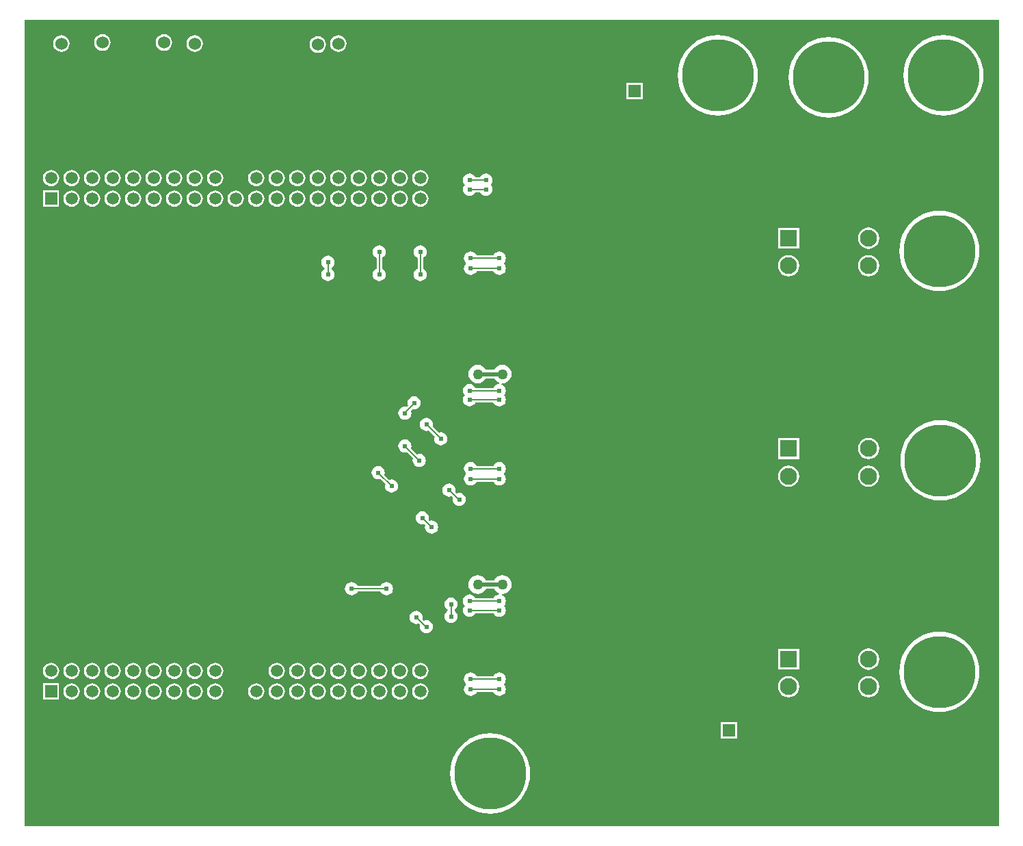
<source format=gbl>
G04*
G04 #@! TF.GenerationSoftware,Altium Limited,Altium Designer,19.1.7 (138)*
G04*
G04 Layer_Physical_Order=2*
G04 Layer_Color=16711680*
%FSLAX25Y25*%
%MOIN*%
G70*
G01*
G75*
%ADD14C,0.00600*%
%ADD50C,0.02000*%
%ADD51C,0.06000*%
%ADD52R,0.06000X0.06000*%
%ADD53R,0.06000X0.06000*%
%ADD54C,0.05906*%
%ADD55R,0.05906X0.05906*%
%ADD56C,0.08268*%
%ADD57R,0.08268X0.08268*%
%ADD58C,0.35000*%
%ADD59C,0.02400*%
%ADD60C,0.05000*%
G36*
X575000Y100000D02*
X100000D01*
Y492500D01*
X575000D01*
Y100000D01*
D02*
G37*
%LPC*%
G36*
X168000Y485534D02*
X166956Y485397D01*
X165983Y484994D01*
X165147Y484353D01*
X164506Y483517D01*
X164103Y482544D01*
X163965Y481500D01*
X164103Y480456D01*
X164506Y479483D01*
X165147Y478647D01*
X165983Y478006D01*
X166956Y477603D01*
X168000Y477465D01*
X169044Y477603D01*
X170017Y478006D01*
X170853Y478647D01*
X171494Y479483D01*
X171897Y480456D01*
X172035Y481500D01*
X171897Y482544D01*
X171494Y483517D01*
X170853Y484353D01*
X170017Y484994D01*
X169044Y485397D01*
X168000Y485534D01*
D02*
G37*
G36*
X138000D02*
X136956Y485397D01*
X135983Y484994D01*
X135147Y484353D01*
X134506Y483517D01*
X134103Y482544D01*
X133966Y481500D01*
X134103Y480456D01*
X134506Y479483D01*
X135147Y478647D01*
X135983Y478006D01*
X136956Y477603D01*
X138000Y477465D01*
X139044Y477603D01*
X140017Y478006D01*
X140853Y478647D01*
X141494Y479483D01*
X141897Y480456D01*
X142034Y481500D01*
X141897Y482544D01*
X141494Y483517D01*
X140853Y484353D01*
X140017Y484994D01*
X139044Y485397D01*
X138000Y485534D01*
D02*
G37*
G36*
X253000Y485035D02*
X251956Y484897D01*
X250983Y484494D01*
X250147Y483853D01*
X249506Y483017D01*
X249103Y482044D01*
X248966Y481000D01*
X249103Y479956D01*
X249506Y478983D01*
X250147Y478147D01*
X250983Y477506D01*
X251956Y477103D01*
X253000Y476966D01*
X254044Y477103D01*
X255017Y477506D01*
X255853Y478147D01*
X256494Y478983D01*
X256897Y479956D01*
X257034Y481000D01*
X256897Y482044D01*
X256494Y483017D01*
X255853Y483853D01*
X255017Y484494D01*
X254044Y484897D01*
X253000Y485035D01*
D02*
G37*
G36*
X183000D02*
X181956Y484897D01*
X180983Y484494D01*
X180147Y483853D01*
X179506Y483017D01*
X179103Y482044D01*
X178965Y481000D01*
X179103Y479956D01*
X179506Y478983D01*
X180147Y478147D01*
X180983Y477506D01*
X181956Y477103D01*
X183000Y476966D01*
X184044Y477103D01*
X185017Y477506D01*
X185853Y478147D01*
X186494Y478983D01*
X186897Y479956D01*
X187034Y481000D01*
X186897Y482044D01*
X186494Y483017D01*
X185853Y483853D01*
X185017Y484494D01*
X184044Y484897D01*
X183000Y485035D01*
D02*
G37*
G36*
X118000D02*
X116956Y484897D01*
X115983Y484494D01*
X115147Y483853D01*
X114506Y483017D01*
X114103Y482044D01*
X113965Y481000D01*
X114103Y479956D01*
X114506Y478983D01*
X115147Y478147D01*
X115983Y477506D01*
X116956Y477103D01*
X118000Y476966D01*
X119044Y477103D01*
X120017Y477506D01*
X120853Y478147D01*
X121494Y478983D01*
X121897Y479956D01*
X122035Y481000D01*
X121897Y482044D01*
X121494Y483017D01*
X120853Y483853D01*
X120017Y484494D01*
X119044Y484897D01*
X118000Y485035D01*
D02*
G37*
G36*
X243000Y484535D02*
X241956Y484397D01*
X240983Y483994D01*
X240147Y483353D01*
X239506Y482517D01*
X239103Y481544D01*
X238966Y480500D01*
X239103Y479456D01*
X239506Y478483D01*
X240147Y477647D01*
X240983Y477006D01*
X241956Y476603D01*
X243000Y476466D01*
X244044Y476603D01*
X245017Y477006D01*
X245853Y477647D01*
X246494Y478483D01*
X246897Y479456D01*
X247035Y480500D01*
X246897Y481544D01*
X246494Y482517D01*
X245853Y483353D01*
X245017Y483994D01*
X244044Y484397D01*
X243000Y484535D01*
D02*
G37*
G36*
X401500Y462000D02*
X393500D01*
Y454000D01*
X401500D01*
Y462000D01*
D02*
G37*
G36*
X548000Y485042D02*
X545449Y484875D01*
X542942Y484376D01*
X540522Y483554D01*
X538229Y482424D01*
X536104Y481004D01*
X534182Y479318D01*
X532496Y477396D01*
X531076Y475271D01*
X529946Y472978D01*
X529124Y470558D01*
X528625Y468051D01*
X528458Y465500D01*
X528625Y462949D01*
X529124Y460442D01*
X529946Y458022D01*
X531076Y455729D01*
X532496Y453604D01*
X534182Y451682D01*
X536104Y449996D01*
X538229Y448576D01*
X540522Y447446D01*
X542942Y446624D01*
X545449Y446125D01*
X548000Y445958D01*
X550551Y446125D01*
X553058Y446624D01*
X555478Y447446D01*
X557771Y448576D01*
X559896Y449996D01*
X561818Y451682D01*
X563504Y453604D01*
X564924Y455729D01*
X566054Y458022D01*
X566876Y460442D01*
X567375Y462949D01*
X567542Y465500D01*
X567375Y468051D01*
X566876Y470558D01*
X566054Y472978D01*
X564924Y475271D01*
X563504Y477396D01*
X561818Y479318D01*
X559896Y481004D01*
X557771Y482424D01*
X555478Y483554D01*
X553058Y484376D01*
X550551Y484875D01*
X548000Y485042D01*
D02*
G37*
G36*
X438000D02*
X435449Y484875D01*
X432942Y484376D01*
X430522Y483554D01*
X428229Y482424D01*
X426104Y481004D01*
X424182Y479318D01*
X422496Y477396D01*
X421076Y475271D01*
X419946Y472978D01*
X419124Y470558D01*
X418625Y468051D01*
X418458Y465500D01*
X418625Y462949D01*
X419124Y460442D01*
X419946Y458022D01*
X421076Y455729D01*
X422496Y453604D01*
X424182Y451682D01*
X426104Y449996D01*
X428229Y448576D01*
X430522Y447446D01*
X432942Y446624D01*
X435449Y446125D01*
X438000Y445958D01*
X440551Y446125D01*
X443058Y446624D01*
X445478Y447446D01*
X447771Y448576D01*
X449896Y449996D01*
X451818Y451682D01*
X453504Y453604D01*
X454924Y455729D01*
X456054Y458022D01*
X456876Y460442D01*
X457375Y462949D01*
X457542Y465500D01*
X457375Y468051D01*
X456876Y470558D01*
X456054Y472978D01*
X454924Y475271D01*
X453504Y477396D01*
X451818Y479318D01*
X449896Y481004D01*
X447771Y482424D01*
X445478Y483554D01*
X443058Y484376D01*
X440551Y484875D01*
X438000Y485042D01*
D02*
G37*
G36*
X492000Y484042D02*
X489449Y483875D01*
X486942Y483376D01*
X484522Y482554D01*
X482229Y481424D01*
X480104Y480004D01*
X478182Y478318D01*
X476496Y476396D01*
X475076Y474271D01*
X473946Y471978D01*
X473124Y469558D01*
X472625Y467051D01*
X472458Y464500D01*
X472625Y461949D01*
X473124Y459442D01*
X473946Y457022D01*
X475076Y454729D01*
X476496Y452604D01*
X478182Y450682D01*
X480104Y448996D01*
X482229Y447576D01*
X484522Y446446D01*
X486942Y445624D01*
X489449Y445125D01*
X492000Y444958D01*
X494551Y445125D01*
X497058Y445624D01*
X499478Y446446D01*
X501771Y447576D01*
X503896Y448996D01*
X505818Y450682D01*
X507504Y452604D01*
X508924Y454729D01*
X510054Y457022D01*
X510876Y459442D01*
X511375Y461949D01*
X511542Y464500D01*
X511375Y467051D01*
X510876Y469558D01*
X510054Y471978D01*
X508924Y474271D01*
X507504Y476396D01*
X505818Y478318D01*
X503896Y480004D01*
X501771Y481424D01*
X499478Y482554D01*
X497058Y483376D01*
X494551Y483875D01*
X492000Y484042D01*
D02*
G37*
G36*
X325000Y417728D02*
X324165Y417618D01*
X323386Y417295D01*
X322718Y416782D01*
X322205Y416114D01*
X322085Y415826D01*
X319915D01*
X319795Y416114D01*
X319282Y416782D01*
X318614Y417295D01*
X317835Y417618D01*
X317000Y417728D01*
X316165Y417618D01*
X315386Y417295D01*
X314718Y416782D01*
X314205Y416114D01*
X313882Y415335D01*
X313772Y414500D01*
X313882Y413665D01*
X314205Y412886D01*
X314693Y412250D01*
X314205Y411614D01*
X313882Y410835D01*
X313772Y410000D01*
X313882Y409165D01*
X314205Y408386D01*
X314718Y407718D01*
X315386Y407205D01*
X316165Y406882D01*
X317000Y406772D01*
X317835Y406882D01*
X318614Y407205D01*
X319282Y407718D01*
X319795Y408386D01*
X319915Y408674D01*
X322085D01*
X322205Y408386D01*
X322718Y407718D01*
X323386Y407205D01*
X324165Y406882D01*
X325000Y406772D01*
X325835Y406882D01*
X326614Y407205D01*
X327282Y407718D01*
X327795Y408386D01*
X328118Y409165D01*
X328228Y410000D01*
X328118Y410835D01*
X327795Y411614D01*
X327307Y412250D01*
X327795Y412886D01*
X328118Y413665D01*
X328228Y414500D01*
X328118Y415335D01*
X327795Y416114D01*
X327282Y416782D01*
X326614Y417295D01*
X325835Y417618D01*
X325000Y417728D01*
D02*
G37*
G36*
X293000Y419487D02*
X291968Y419351D01*
X291007Y418953D01*
X290181Y418319D01*
X289547Y417493D01*
X289149Y416532D01*
X289013Y415500D01*
X289149Y414468D01*
X289547Y413507D01*
X290181Y412681D01*
X291007Y412047D01*
X291968Y411649D01*
X293000Y411513D01*
X294032Y411649D01*
X294993Y412047D01*
X295819Y412681D01*
X296453Y413507D01*
X296851Y414468D01*
X296987Y415500D01*
X296851Y416532D01*
X296453Y417493D01*
X295819Y418319D01*
X294993Y418953D01*
X294032Y419351D01*
X293000Y419487D01*
D02*
G37*
G36*
X283000D02*
X281968Y419351D01*
X281007Y418953D01*
X280181Y418319D01*
X279547Y417493D01*
X279149Y416532D01*
X279013Y415500D01*
X279149Y414468D01*
X279547Y413507D01*
X280181Y412681D01*
X281007Y412047D01*
X281968Y411649D01*
X283000Y411513D01*
X284032Y411649D01*
X284993Y412047D01*
X285819Y412681D01*
X286453Y413507D01*
X286851Y414468D01*
X286987Y415500D01*
X286851Y416532D01*
X286453Y417493D01*
X285819Y418319D01*
X284993Y418953D01*
X284032Y419351D01*
X283000Y419487D01*
D02*
G37*
G36*
X273000D02*
X271968Y419351D01*
X271007Y418953D01*
X270181Y418319D01*
X269547Y417493D01*
X269149Y416532D01*
X269013Y415500D01*
X269149Y414468D01*
X269547Y413507D01*
X270181Y412681D01*
X271007Y412047D01*
X271968Y411649D01*
X273000Y411513D01*
X274032Y411649D01*
X274993Y412047D01*
X275819Y412681D01*
X276453Y413507D01*
X276851Y414468D01*
X276987Y415500D01*
X276851Y416532D01*
X276453Y417493D01*
X275819Y418319D01*
X274993Y418953D01*
X274032Y419351D01*
X273000Y419487D01*
D02*
G37*
G36*
X263000D02*
X261968Y419351D01*
X261007Y418953D01*
X260181Y418319D01*
X259547Y417493D01*
X259149Y416532D01*
X259013Y415500D01*
X259149Y414468D01*
X259547Y413507D01*
X260181Y412681D01*
X261007Y412047D01*
X261968Y411649D01*
X263000Y411513D01*
X264032Y411649D01*
X264993Y412047D01*
X265819Y412681D01*
X266453Y413507D01*
X266851Y414468D01*
X266987Y415500D01*
X266851Y416532D01*
X266453Y417493D01*
X265819Y418319D01*
X264993Y418953D01*
X264032Y419351D01*
X263000Y419487D01*
D02*
G37*
G36*
X253000D02*
X251968Y419351D01*
X251007Y418953D01*
X250181Y418319D01*
X249547Y417493D01*
X249149Y416532D01*
X249013Y415500D01*
X249149Y414468D01*
X249547Y413507D01*
X250181Y412681D01*
X251007Y412047D01*
X251968Y411649D01*
X253000Y411513D01*
X254032Y411649D01*
X254993Y412047D01*
X255819Y412681D01*
X256453Y413507D01*
X256851Y414468D01*
X256987Y415500D01*
X256851Y416532D01*
X256453Y417493D01*
X255819Y418319D01*
X254993Y418953D01*
X254032Y419351D01*
X253000Y419487D01*
D02*
G37*
G36*
X243000D02*
X241968Y419351D01*
X241007Y418953D01*
X240181Y418319D01*
X239547Y417493D01*
X239149Y416532D01*
X239013Y415500D01*
X239149Y414468D01*
X239547Y413507D01*
X240181Y412681D01*
X241007Y412047D01*
X241968Y411649D01*
X243000Y411513D01*
X244032Y411649D01*
X244993Y412047D01*
X245819Y412681D01*
X246453Y413507D01*
X246851Y414468D01*
X246987Y415500D01*
X246851Y416532D01*
X246453Y417493D01*
X245819Y418319D01*
X244993Y418953D01*
X244032Y419351D01*
X243000Y419487D01*
D02*
G37*
G36*
X233000D02*
X231968Y419351D01*
X231007Y418953D01*
X230181Y418319D01*
X229547Y417493D01*
X229149Y416532D01*
X229013Y415500D01*
X229149Y414468D01*
X229547Y413507D01*
X230181Y412681D01*
X231007Y412047D01*
X231968Y411649D01*
X233000Y411513D01*
X234032Y411649D01*
X234993Y412047D01*
X235819Y412681D01*
X236453Y413507D01*
X236851Y414468D01*
X236987Y415500D01*
X236851Y416532D01*
X236453Y417493D01*
X235819Y418319D01*
X234993Y418953D01*
X234032Y419351D01*
X233000Y419487D01*
D02*
G37*
G36*
X223000D02*
X221968Y419351D01*
X221007Y418953D01*
X220181Y418319D01*
X219547Y417493D01*
X219149Y416532D01*
X219013Y415500D01*
X219149Y414468D01*
X219547Y413507D01*
X220181Y412681D01*
X221007Y412047D01*
X221968Y411649D01*
X223000Y411513D01*
X224032Y411649D01*
X224993Y412047D01*
X225819Y412681D01*
X226453Y413507D01*
X226851Y414468D01*
X226987Y415500D01*
X226851Y416532D01*
X226453Y417493D01*
X225819Y418319D01*
X224993Y418953D01*
X224032Y419351D01*
X223000Y419487D01*
D02*
G37*
G36*
X213000D02*
X211968Y419351D01*
X211007Y418953D01*
X210181Y418319D01*
X209547Y417493D01*
X209149Y416532D01*
X209013Y415500D01*
X209149Y414468D01*
X209547Y413507D01*
X210181Y412681D01*
X211007Y412047D01*
X211968Y411649D01*
X213000Y411513D01*
X214032Y411649D01*
X214993Y412047D01*
X215819Y412681D01*
X216453Y413507D01*
X216851Y414468D01*
X216987Y415500D01*
X216851Y416532D01*
X216453Y417493D01*
X215819Y418319D01*
X214993Y418953D01*
X214032Y419351D01*
X213000Y419487D01*
D02*
G37*
G36*
X193000D02*
X191968Y419351D01*
X191007Y418953D01*
X190181Y418319D01*
X189547Y417493D01*
X189149Y416532D01*
X189013Y415500D01*
X189149Y414468D01*
X189547Y413507D01*
X190181Y412681D01*
X191007Y412047D01*
X191968Y411649D01*
X193000Y411513D01*
X194032Y411649D01*
X194993Y412047D01*
X195819Y412681D01*
X196453Y413507D01*
X196851Y414468D01*
X196987Y415500D01*
X196851Y416532D01*
X196453Y417493D01*
X195819Y418319D01*
X194993Y418953D01*
X194032Y419351D01*
X193000Y419487D01*
D02*
G37*
G36*
X183000D02*
X181968Y419351D01*
X181007Y418953D01*
X180181Y418319D01*
X179547Y417493D01*
X179149Y416532D01*
X179013Y415500D01*
X179149Y414468D01*
X179547Y413507D01*
X180181Y412681D01*
X181007Y412047D01*
X181968Y411649D01*
X183000Y411513D01*
X184032Y411649D01*
X184993Y412047D01*
X185819Y412681D01*
X186453Y413507D01*
X186851Y414468D01*
X186987Y415500D01*
X186851Y416532D01*
X186453Y417493D01*
X185819Y418319D01*
X184993Y418953D01*
X184032Y419351D01*
X183000Y419487D01*
D02*
G37*
G36*
X173000D02*
X171968Y419351D01*
X171007Y418953D01*
X170181Y418319D01*
X169547Y417493D01*
X169149Y416532D01*
X169013Y415500D01*
X169149Y414468D01*
X169547Y413507D01*
X170181Y412681D01*
X171007Y412047D01*
X171968Y411649D01*
X173000Y411513D01*
X174032Y411649D01*
X174993Y412047D01*
X175819Y412681D01*
X176453Y413507D01*
X176851Y414468D01*
X176987Y415500D01*
X176851Y416532D01*
X176453Y417493D01*
X175819Y418319D01*
X174993Y418953D01*
X174032Y419351D01*
X173000Y419487D01*
D02*
G37*
G36*
X163000D02*
X161968Y419351D01*
X161007Y418953D01*
X160181Y418319D01*
X159547Y417493D01*
X159149Y416532D01*
X159013Y415500D01*
X159149Y414468D01*
X159547Y413507D01*
X160181Y412681D01*
X161007Y412047D01*
X161968Y411649D01*
X163000Y411513D01*
X164032Y411649D01*
X164993Y412047D01*
X165819Y412681D01*
X166453Y413507D01*
X166851Y414468D01*
X166987Y415500D01*
X166851Y416532D01*
X166453Y417493D01*
X165819Y418319D01*
X164993Y418953D01*
X164032Y419351D01*
X163000Y419487D01*
D02*
G37*
G36*
X153000D02*
X151968Y419351D01*
X151007Y418953D01*
X150181Y418319D01*
X149547Y417493D01*
X149149Y416532D01*
X149013Y415500D01*
X149149Y414468D01*
X149547Y413507D01*
X150181Y412681D01*
X151007Y412047D01*
X151968Y411649D01*
X153000Y411513D01*
X154032Y411649D01*
X154993Y412047D01*
X155819Y412681D01*
X156453Y413507D01*
X156851Y414468D01*
X156987Y415500D01*
X156851Y416532D01*
X156453Y417493D01*
X155819Y418319D01*
X154993Y418953D01*
X154032Y419351D01*
X153000Y419487D01*
D02*
G37*
G36*
X143000D02*
X141968Y419351D01*
X141007Y418953D01*
X140181Y418319D01*
X139547Y417493D01*
X139149Y416532D01*
X139013Y415500D01*
X139149Y414468D01*
X139547Y413507D01*
X140181Y412681D01*
X141007Y412047D01*
X141968Y411649D01*
X143000Y411513D01*
X144032Y411649D01*
X144993Y412047D01*
X145819Y412681D01*
X146453Y413507D01*
X146851Y414468D01*
X146987Y415500D01*
X146851Y416532D01*
X146453Y417493D01*
X145819Y418319D01*
X144993Y418953D01*
X144032Y419351D01*
X143000Y419487D01*
D02*
G37*
G36*
X133000D02*
X131968Y419351D01*
X131007Y418953D01*
X130181Y418319D01*
X129547Y417493D01*
X129149Y416532D01*
X129013Y415500D01*
X129149Y414468D01*
X129547Y413507D01*
X130181Y412681D01*
X131007Y412047D01*
X131968Y411649D01*
X133000Y411513D01*
X134032Y411649D01*
X134993Y412047D01*
X135819Y412681D01*
X136453Y413507D01*
X136851Y414468D01*
X136987Y415500D01*
X136851Y416532D01*
X136453Y417493D01*
X135819Y418319D01*
X134993Y418953D01*
X134032Y419351D01*
X133000Y419487D01*
D02*
G37*
G36*
X123000D02*
X121968Y419351D01*
X121007Y418953D01*
X120181Y418319D01*
X119547Y417493D01*
X119149Y416532D01*
X119013Y415500D01*
X119149Y414468D01*
X119547Y413507D01*
X120181Y412681D01*
X121007Y412047D01*
X121968Y411649D01*
X123000Y411513D01*
X124032Y411649D01*
X124993Y412047D01*
X125819Y412681D01*
X126453Y413507D01*
X126851Y414468D01*
X126987Y415500D01*
X126851Y416532D01*
X126453Y417493D01*
X125819Y418319D01*
X124993Y418953D01*
X124032Y419351D01*
X123000Y419487D01*
D02*
G37*
G36*
X113000D02*
X111968Y419351D01*
X111007Y418953D01*
X110181Y418319D01*
X109547Y417493D01*
X109149Y416532D01*
X109013Y415500D01*
X109149Y414468D01*
X109547Y413507D01*
X110181Y412681D01*
X111007Y412047D01*
X111968Y411649D01*
X113000Y411513D01*
X114032Y411649D01*
X114993Y412047D01*
X115819Y412681D01*
X116453Y413507D01*
X116851Y414468D01*
X116987Y415500D01*
X116851Y416532D01*
X116453Y417493D01*
X115819Y418319D01*
X114993Y418953D01*
X114032Y419351D01*
X113000Y419487D01*
D02*
G37*
G36*
X116953Y409453D02*
X109047D01*
Y401547D01*
X116953D01*
Y409453D01*
D02*
G37*
G36*
X293000Y409487D02*
X291968Y409351D01*
X291007Y408953D01*
X290181Y408319D01*
X289547Y407493D01*
X289149Y406532D01*
X289013Y405500D01*
X289149Y404468D01*
X289547Y403507D01*
X290181Y402681D01*
X291007Y402047D01*
X291968Y401649D01*
X293000Y401513D01*
X294032Y401649D01*
X294993Y402047D01*
X295819Y402681D01*
X296453Y403507D01*
X296851Y404468D01*
X296987Y405500D01*
X296851Y406532D01*
X296453Y407493D01*
X295819Y408319D01*
X294993Y408953D01*
X294032Y409351D01*
X293000Y409487D01*
D02*
G37*
G36*
X283000D02*
X281968Y409351D01*
X281007Y408953D01*
X280181Y408319D01*
X279547Y407493D01*
X279149Y406532D01*
X279013Y405500D01*
X279149Y404468D01*
X279547Y403507D01*
X280181Y402681D01*
X281007Y402047D01*
X281968Y401649D01*
X283000Y401513D01*
X284032Y401649D01*
X284993Y402047D01*
X285819Y402681D01*
X286453Y403507D01*
X286851Y404468D01*
X286987Y405500D01*
X286851Y406532D01*
X286453Y407493D01*
X285819Y408319D01*
X284993Y408953D01*
X284032Y409351D01*
X283000Y409487D01*
D02*
G37*
G36*
X273000D02*
X271968Y409351D01*
X271007Y408953D01*
X270181Y408319D01*
X269547Y407493D01*
X269149Y406532D01*
X269013Y405500D01*
X269149Y404468D01*
X269547Y403507D01*
X270181Y402681D01*
X271007Y402047D01*
X271968Y401649D01*
X273000Y401513D01*
X274032Y401649D01*
X274993Y402047D01*
X275819Y402681D01*
X276453Y403507D01*
X276851Y404468D01*
X276987Y405500D01*
X276851Y406532D01*
X276453Y407493D01*
X275819Y408319D01*
X274993Y408953D01*
X274032Y409351D01*
X273000Y409487D01*
D02*
G37*
G36*
X263000D02*
X261968Y409351D01*
X261007Y408953D01*
X260181Y408319D01*
X259547Y407493D01*
X259149Y406532D01*
X259013Y405500D01*
X259149Y404468D01*
X259547Y403507D01*
X260181Y402681D01*
X261007Y402047D01*
X261968Y401649D01*
X263000Y401513D01*
X264032Y401649D01*
X264993Y402047D01*
X265819Y402681D01*
X266453Y403507D01*
X266851Y404468D01*
X266987Y405500D01*
X266851Y406532D01*
X266453Y407493D01*
X265819Y408319D01*
X264993Y408953D01*
X264032Y409351D01*
X263000Y409487D01*
D02*
G37*
G36*
X253000D02*
X251968Y409351D01*
X251007Y408953D01*
X250181Y408319D01*
X249547Y407493D01*
X249149Y406532D01*
X249013Y405500D01*
X249149Y404468D01*
X249547Y403507D01*
X250181Y402681D01*
X251007Y402047D01*
X251968Y401649D01*
X253000Y401513D01*
X254032Y401649D01*
X254993Y402047D01*
X255819Y402681D01*
X256453Y403507D01*
X256851Y404468D01*
X256987Y405500D01*
X256851Y406532D01*
X256453Y407493D01*
X255819Y408319D01*
X254993Y408953D01*
X254032Y409351D01*
X253000Y409487D01*
D02*
G37*
G36*
X243000D02*
X241968Y409351D01*
X241007Y408953D01*
X240181Y408319D01*
X239547Y407493D01*
X239149Y406532D01*
X239013Y405500D01*
X239149Y404468D01*
X239547Y403507D01*
X240181Y402681D01*
X241007Y402047D01*
X241968Y401649D01*
X243000Y401513D01*
X244032Y401649D01*
X244993Y402047D01*
X245819Y402681D01*
X246453Y403507D01*
X246851Y404468D01*
X246987Y405500D01*
X246851Y406532D01*
X246453Y407493D01*
X245819Y408319D01*
X244993Y408953D01*
X244032Y409351D01*
X243000Y409487D01*
D02*
G37*
G36*
X233000D02*
X231968Y409351D01*
X231007Y408953D01*
X230181Y408319D01*
X229547Y407493D01*
X229149Y406532D01*
X229013Y405500D01*
X229149Y404468D01*
X229547Y403507D01*
X230181Y402681D01*
X231007Y402047D01*
X231968Y401649D01*
X233000Y401513D01*
X234032Y401649D01*
X234993Y402047D01*
X235819Y402681D01*
X236453Y403507D01*
X236851Y404468D01*
X236987Y405500D01*
X236851Y406532D01*
X236453Y407493D01*
X235819Y408319D01*
X234993Y408953D01*
X234032Y409351D01*
X233000Y409487D01*
D02*
G37*
G36*
X223000D02*
X221968Y409351D01*
X221007Y408953D01*
X220181Y408319D01*
X219547Y407493D01*
X219149Y406532D01*
X219013Y405500D01*
X219149Y404468D01*
X219547Y403507D01*
X220181Y402681D01*
X221007Y402047D01*
X221968Y401649D01*
X223000Y401513D01*
X224032Y401649D01*
X224993Y402047D01*
X225819Y402681D01*
X226453Y403507D01*
X226851Y404468D01*
X226987Y405500D01*
X226851Y406532D01*
X226453Y407493D01*
X225819Y408319D01*
X224993Y408953D01*
X224032Y409351D01*
X223000Y409487D01*
D02*
G37*
G36*
X213000D02*
X211968Y409351D01*
X211007Y408953D01*
X210181Y408319D01*
X209547Y407493D01*
X209149Y406532D01*
X209013Y405500D01*
X209149Y404468D01*
X209547Y403507D01*
X210181Y402681D01*
X211007Y402047D01*
X211968Y401649D01*
X213000Y401513D01*
X214032Y401649D01*
X214993Y402047D01*
X215819Y402681D01*
X216453Y403507D01*
X216851Y404468D01*
X216987Y405500D01*
X216851Y406532D01*
X216453Y407493D01*
X215819Y408319D01*
X214993Y408953D01*
X214032Y409351D01*
X213000Y409487D01*
D02*
G37*
G36*
X203000D02*
X201968Y409351D01*
X201007Y408953D01*
X200181Y408319D01*
X199547Y407493D01*
X199149Y406532D01*
X199013Y405500D01*
X199149Y404468D01*
X199547Y403507D01*
X200181Y402681D01*
X201007Y402047D01*
X201968Y401649D01*
X203000Y401513D01*
X204032Y401649D01*
X204993Y402047D01*
X205819Y402681D01*
X206453Y403507D01*
X206851Y404468D01*
X206987Y405500D01*
X206851Y406532D01*
X206453Y407493D01*
X205819Y408319D01*
X204993Y408953D01*
X204032Y409351D01*
X203000Y409487D01*
D02*
G37*
G36*
X193000D02*
X191968Y409351D01*
X191007Y408953D01*
X190181Y408319D01*
X189547Y407493D01*
X189149Y406532D01*
X189013Y405500D01*
X189149Y404468D01*
X189547Y403507D01*
X190181Y402681D01*
X191007Y402047D01*
X191968Y401649D01*
X193000Y401513D01*
X194032Y401649D01*
X194993Y402047D01*
X195819Y402681D01*
X196453Y403507D01*
X196851Y404468D01*
X196987Y405500D01*
X196851Y406532D01*
X196453Y407493D01*
X195819Y408319D01*
X194993Y408953D01*
X194032Y409351D01*
X193000Y409487D01*
D02*
G37*
G36*
X183000D02*
X181968Y409351D01*
X181007Y408953D01*
X180181Y408319D01*
X179547Y407493D01*
X179149Y406532D01*
X179013Y405500D01*
X179149Y404468D01*
X179547Y403507D01*
X180181Y402681D01*
X181007Y402047D01*
X181968Y401649D01*
X183000Y401513D01*
X184032Y401649D01*
X184993Y402047D01*
X185819Y402681D01*
X186453Y403507D01*
X186851Y404468D01*
X186987Y405500D01*
X186851Y406532D01*
X186453Y407493D01*
X185819Y408319D01*
X184993Y408953D01*
X184032Y409351D01*
X183000Y409487D01*
D02*
G37*
G36*
X173000D02*
X171968Y409351D01*
X171007Y408953D01*
X170181Y408319D01*
X169547Y407493D01*
X169149Y406532D01*
X169013Y405500D01*
X169149Y404468D01*
X169547Y403507D01*
X170181Y402681D01*
X171007Y402047D01*
X171968Y401649D01*
X173000Y401513D01*
X174032Y401649D01*
X174993Y402047D01*
X175819Y402681D01*
X176453Y403507D01*
X176851Y404468D01*
X176987Y405500D01*
X176851Y406532D01*
X176453Y407493D01*
X175819Y408319D01*
X174993Y408953D01*
X174032Y409351D01*
X173000Y409487D01*
D02*
G37*
G36*
X163000D02*
X161968Y409351D01*
X161007Y408953D01*
X160181Y408319D01*
X159547Y407493D01*
X159149Y406532D01*
X159013Y405500D01*
X159149Y404468D01*
X159547Y403507D01*
X160181Y402681D01*
X161007Y402047D01*
X161968Y401649D01*
X163000Y401513D01*
X164032Y401649D01*
X164993Y402047D01*
X165819Y402681D01*
X166453Y403507D01*
X166851Y404468D01*
X166987Y405500D01*
X166851Y406532D01*
X166453Y407493D01*
X165819Y408319D01*
X164993Y408953D01*
X164032Y409351D01*
X163000Y409487D01*
D02*
G37*
G36*
X153000D02*
X151968Y409351D01*
X151007Y408953D01*
X150181Y408319D01*
X149547Y407493D01*
X149149Y406532D01*
X149013Y405500D01*
X149149Y404468D01*
X149547Y403507D01*
X150181Y402681D01*
X151007Y402047D01*
X151968Y401649D01*
X153000Y401513D01*
X154032Y401649D01*
X154993Y402047D01*
X155819Y402681D01*
X156453Y403507D01*
X156851Y404468D01*
X156987Y405500D01*
X156851Y406532D01*
X156453Y407493D01*
X155819Y408319D01*
X154993Y408953D01*
X154032Y409351D01*
X153000Y409487D01*
D02*
G37*
G36*
X143000D02*
X141968Y409351D01*
X141007Y408953D01*
X140181Y408319D01*
X139547Y407493D01*
X139149Y406532D01*
X139013Y405500D01*
X139149Y404468D01*
X139547Y403507D01*
X140181Y402681D01*
X141007Y402047D01*
X141968Y401649D01*
X143000Y401513D01*
X144032Y401649D01*
X144993Y402047D01*
X145819Y402681D01*
X146453Y403507D01*
X146851Y404468D01*
X146987Y405500D01*
X146851Y406532D01*
X146453Y407493D01*
X145819Y408319D01*
X144993Y408953D01*
X144032Y409351D01*
X143000Y409487D01*
D02*
G37*
G36*
X133000D02*
X131968Y409351D01*
X131007Y408953D01*
X130181Y408319D01*
X129547Y407493D01*
X129149Y406532D01*
X129013Y405500D01*
X129149Y404468D01*
X129547Y403507D01*
X130181Y402681D01*
X131007Y402047D01*
X131968Y401649D01*
X133000Y401513D01*
X134032Y401649D01*
X134993Y402047D01*
X135819Y402681D01*
X136453Y403507D01*
X136851Y404468D01*
X136987Y405500D01*
X136851Y406532D01*
X136453Y407493D01*
X135819Y408319D01*
X134993Y408953D01*
X134032Y409351D01*
X133000Y409487D01*
D02*
G37*
G36*
X123000D02*
X121968Y409351D01*
X121007Y408953D01*
X120181Y408319D01*
X119547Y407493D01*
X119149Y406532D01*
X119013Y405500D01*
X119149Y404468D01*
X119547Y403507D01*
X120181Y402681D01*
X121007Y402047D01*
X121968Y401649D01*
X123000Y401513D01*
X124032Y401649D01*
X124993Y402047D01*
X125819Y402681D01*
X126453Y403507D01*
X126851Y404468D01*
X126987Y405500D01*
X126851Y406532D01*
X126453Y407493D01*
X125819Y408319D01*
X124993Y408953D01*
X124032Y409351D01*
X123000Y409487D01*
D02*
G37*
G36*
X477646Y391327D02*
X467378D01*
Y381059D01*
X477646D01*
Y391327D01*
D02*
G37*
G36*
X511488Y391371D02*
X510148Y391195D01*
X508899Y390677D01*
X507827Y389854D01*
X507004Y388782D01*
X506487Y387533D01*
X506310Y386193D01*
X506487Y384853D01*
X507004Y383604D01*
X507827Y382531D01*
X508899Y381709D01*
X510148Y381191D01*
X511488Y381015D01*
X512828Y381191D01*
X514077Y381709D01*
X515150Y382531D01*
X515973Y383604D01*
X516490Y384853D01*
X516666Y386193D01*
X516490Y387533D01*
X515973Y388782D01*
X515150Y389854D01*
X514077Y390677D01*
X512828Y391195D01*
X511488Y391371D01*
D02*
G37*
G36*
X331500Y379728D02*
X330665Y379618D01*
X329886Y379295D01*
X329218Y378782D01*
X328705Y378114D01*
X328585Y377825D01*
X320415D01*
X320295Y378114D01*
X319782Y378782D01*
X319114Y379295D01*
X318335Y379618D01*
X317500Y379728D01*
X316665Y379618D01*
X315886Y379295D01*
X315218Y378782D01*
X314705Y378114D01*
X314382Y377335D01*
X314272Y376500D01*
X314382Y375665D01*
X314705Y374886D01*
X315124Y374340D01*
X315181Y374000D01*
X315124Y373660D01*
X314705Y373114D01*
X314382Y372335D01*
X314272Y371500D01*
X314382Y370665D01*
X314705Y369886D01*
X315218Y369218D01*
X315886Y368705D01*
X316665Y368382D01*
X317500Y368272D01*
X318335Y368382D01*
X319114Y368705D01*
X319782Y369218D01*
X320295Y369886D01*
X320415Y370175D01*
X328585D01*
X328705Y369886D01*
X329218Y369218D01*
X329886Y368705D01*
X330665Y368382D01*
X331500Y368272D01*
X332335Y368382D01*
X333114Y368705D01*
X333782Y369218D01*
X334295Y369886D01*
X334618Y370665D01*
X334728Y371500D01*
X334618Y372335D01*
X334295Y373114D01*
X333876Y373660D01*
X333819Y374000D01*
X333876Y374340D01*
X334295Y374886D01*
X334618Y375665D01*
X334728Y376500D01*
X334618Y377335D01*
X334295Y378114D01*
X333782Y378782D01*
X333114Y379295D01*
X332335Y379618D01*
X331500Y379728D01*
D02*
G37*
G36*
X511488Y377985D02*
X510148Y377809D01*
X508899Y377291D01*
X507827Y376469D01*
X507004Y375396D01*
X506487Y374147D01*
X506310Y372807D01*
X506487Y371467D01*
X507004Y370218D01*
X507827Y369146D01*
X508899Y368323D01*
X510148Y367805D01*
X511488Y367629D01*
X512828Y367805D01*
X514077Y368323D01*
X515150Y369146D01*
X515973Y370218D01*
X516490Y371467D01*
X516666Y372807D01*
X516490Y374147D01*
X515973Y375396D01*
X515150Y376469D01*
X514077Y377291D01*
X512828Y377809D01*
X511488Y377985D01*
D02*
G37*
G36*
X472512D02*
X471172Y377809D01*
X469923Y377291D01*
X468850Y376469D01*
X468027Y375396D01*
X467510Y374147D01*
X467334Y372807D01*
X467510Y371467D01*
X468027Y370218D01*
X468850Y369146D01*
X469923Y368323D01*
X471172Y367805D01*
X472512Y367629D01*
X473852Y367805D01*
X475101Y368323D01*
X476173Y369146D01*
X476996Y370218D01*
X477514Y371467D01*
X477690Y372807D01*
X477514Y374147D01*
X476996Y375396D01*
X476173Y376469D01*
X475101Y377291D01*
X473852Y377809D01*
X472512Y377985D01*
D02*
G37*
G36*
X293000Y382728D02*
X292165Y382618D01*
X291386Y382295D01*
X290718Y381782D01*
X290205Y381114D01*
X289882Y380335D01*
X289772Y379500D01*
X289882Y378665D01*
X290205Y377886D01*
X290718Y377218D01*
X291386Y376705D01*
X291674Y376585D01*
Y371415D01*
X291386Y371295D01*
X290718Y370782D01*
X290205Y370114D01*
X289882Y369335D01*
X289772Y368500D01*
X289882Y367665D01*
X290205Y366886D01*
X290718Y366218D01*
X291386Y365705D01*
X292165Y365382D01*
X293000Y365272D01*
X293835Y365382D01*
X294614Y365705D01*
X295282Y366218D01*
X295795Y366886D01*
X296118Y367665D01*
X296228Y368500D01*
X296118Y369335D01*
X295795Y370114D01*
X295282Y370782D01*
X294614Y371295D01*
X294325Y371415D01*
Y376585D01*
X294614Y376705D01*
X295282Y377218D01*
X295795Y377886D01*
X296118Y378665D01*
X296228Y379500D01*
X296118Y380335D01*
X295795Y381114D01*
X295282Y381782D01*
X294614Y382295D01*
X293835Y382618D01*
X293000Y382728D01*
D02*
G37*
G36*
X273000D02*
X272165Y382618D01*
X271386Y382295D01*
X270718Y381782D01*
X270205Y381114D01*
X269882Y380335D01*
X269772Y379500D01*
X269882Y378665D01*
X270205Y377886D01*
X270718Y377218D01*
X271386Y376705D01*
X271674Y376585D01*
Y371415D01*
X271386Y371295D01*
X270718Y370782D01*
X270205Y370114D01*
X269882Y369335D01*
X269772Y368500D01*
X269882Y367665D01*
X270205Y366886D01*
X270718Y366218D01*
X271386Y365705D01*
X272165Y365382D01*
X273000Y365272D01*
X273835Y365382D01*
X274614Y365705D01*
X275282Y366218D01*
X275795Y366886D01*
X276118Y367665D01*
X276228Y368500D01*
X276118Y369335D01*
X275795Y370114D01*
X275282Y370782D01*
X274614Y371295D01*
X274325Y371415D01*
Y376585D01*
X274614Y376705D01*
X275282Y377218D01*
X275795Y377886D01*
X276118Y378665D01*
X276228Y379500D01*
X276118Y380335D01*
X275795Y381114D01*
X275282Y381782D01*
X274614Y382295D01*
X273835Y382618D01*
X273000Y382728D01*
D02*
G37*
G36*
X248000Y377728D02*
X247165Y377618D01*
X246386Y377295D01*
X245718Y376782D01*
X245205Y376114D01*
X244882Y375335D01*
X244772Y374500D01*
X244882Y373665D01*
X245205Y372886D01*
X245718Y372218D01*
X246275Y371790D01*
X246320Y371590D01*
Y371410D01*
X246275Y371210D01*
X245718Y370782D01*
X245205Y370114D01*
X244882Y369335D01*
X244772Y368500D01*
X244882Y367665D01*
X245205Y366886D01*
X245718Y366218D01*
X246386Y365705D01*
X247165Y365382D01*
X248000Y365272D01*
X248835Y365382D01*
X249614Y365705D01*
X250282Y366218D01*
X250795Y366886D01*
X251118Y367665D01*
X251228Y368500D01*
X251118Y369335D01*
X250795Y370114D01*
X250282Y370782D01*
X249725Y371210D01*
X249680Y371410D01*
Y371590D01*
X249725Y371790D01*
X250282Y372218D01*
X250795Y372886D01*
X251118Y373665D01*
X251228Y374500D01*
X251118Y375335D01*
X250795Y376114D01*
X250282Y376782D01*
X249614Y377295D01*
X248835Y377618D01*
X248000Y377728D01*
D02*
G37*
G36*
X546000Y399542D02*
X543449Y399375D01*
X540942Y398876D01*
X538522Y398054D01*
X536229Y396924D01*
X534104Y395504D01*
X532182Y393818D01*
X530496Y391896D01*
X529076Y389771D01*
X527946Y387478D01*
X527124Y385058D01*
X526625Y382551D01*
X526458Y380000D01*
X526625Y377449D01*
X527124Y374942D01*
X527946Y372522D01*
X529076Y370229D01*
X530496Y368104D01*
X532182Y366182D01*
X534104Y364496D01*
X536229Y363076D01*
X538522Y361946D01*
X540942Y361124D01*
X543449Y360625D01*
X546000Y360458D01*
X548551Y360625D01*
X551058Y361124D01*
X553478Y361946D01*
X555771Y363076D01*
X557896Y364496D01*
X559818Y366182D01*
X561504Y368104D01*
X562924Y370229D01*
X564054Y372522D01*
X564876Y374942D01*
X565375Y377449D01*
X565542Y380000D01*
X565375Y382551D01*
X564876Y385058D01*
X564054Y387478D01*
X562924Y389771D01*
X561504Y391896D01*
X559818Y393818D01*
X557896Y395504D01*
X555771Y396924D01*
X553478Y398054D01*
X551058Y398876D01*
X548551Y399375D01*
X546000Y399542D01*
D02*
G37*
G36*
X333000Y324539D02*
X331825Y324384D01*
X330731Y323931D01*
X329791Y323209D01*
X329069Y322269D01*
X328974Y322039D01*
X325026D01*
X324931Y322269D01*
X324209Y323209D01*
X323269Y323931D01*
X322175Y324384D01*
X321000Y324539D01*
X319825Y324384D01*
X318731Y323931D01*
X317791Y323209D01*
X317069Y322269D01*
X316616Y321175D01*
X316461Y320000D01*
X316616Y318825D01*
X317069Y317731D01*
X317791Y316791D01*
X318731Y316069D01*
X319825Y315616D01*
X321000Y315461D01*
X322175Y315616D01*
X323269Y316069D01*
X324209Y316791D01*
X324931Y317731D01*
X325026Y317961D01*
X328974D01*
X329069Y317731D01*
X329791Y316791D01*
X330731Y316069D01*
X331566Y315723D01*
X331500Y315228D01*
X330665Y315118D01*
X329886Y314795D01*
X329218Y314282D01*
X328705Y313614D01*
X328585Y313326D01*
X319915D01*
X319795Y313614D01*
X319282Y314282D01*
X318614Y314795D01*
X317835Y315118D01*
X317000Y315228D01*
X316165Y315118D01*
X315386Y314795D01*
X314718Y314282D01*
X314205Y313614D01*
X313882Y312835D01*
X313772Y312000D01*
X313882Y311165D01*
X314205Y310386D01*
X314693Y309750D01*
X314205Y309114D01*
X313882Y308335D01*
X313772Y307500D01*
X313882Y306665D01*
X314205Y305886D01*
X314718Y305218D01*
X315386Y304705D01*
X316165Y304382D01*
X317000Y304272D01*
X317835Y304382D01*
X318614Y304705D01*
X319282Y305218D01*
X319795Y305886D01*
X319915Y306174D01*
X328585D01*
X328705Y305886D01*
X329218Y305218D01*
X329886Y304705D01*
X330665Y304382D01*
X331500Y304272D01*
X332335Y304382D01*
X333114Y304705D01*
X333782Y305218D01*
X334295Y305886D01*
X334618Y306665D01*
X334728Y307500D01*
X334618Y308335D01*
X334295Y309114D01*
X333807Y309750D01*
X334295Y310386D01*
X334618Y311165D01*
X334728Y312000D01*
X334618Y312835D01*
X334295Y313614D01*
X333782Y314282D01*
X333114Y314795D01*
X332595Y315010D01*
X332725Y315497D01*
X333000Y315461D01*
X334175Y315616D01*
X335269Y316069D01*
X336209Y316791D01*
X336931Y317731D01*
X337384Y318825D01*
X337539Y320000D01*
X337384Y321175D01*
X336931Y322269D01*
X336209Y323209D01*
X335269Y323931D01*
X334175Y324384D01*
X333000Y324539D01*
D02*
G37*
G36*
X290000Y309228D02*
X289165Y309118D01*
X288386Y308795D01*
X287718Y308282D01*
X287205Y307614D01*
X286882Y306835D01*
X286772Y306000D01*
X286882Y305165D01*
X287075Y304699D01*
X286447Y304071D01*
X286335Y304118D01*
X285500Y304228D01*
X284665Y304118D01*
X283886Y303795D01*
X283218Y303282D01*
X282705Y302614D01*
X282382Y301835D01*
X282272Y301000D01*
X282382Y300165D01*
X282705Y299386D01*
X283218Y298718D01*
X283886Y298205D01*
X284665Y297882D01*
X285500Y297772D01*
X286335Y297882D01*
X287114Y298205D01*
X287782Y298718D01*
X288295Y299386D01*
X288618Y300165D01*
X288728Y301000D01*
X288618Y301835D01*
X288425Y302301D01*
X289053Y302929D01*
X289165Y302882D01*
X290000Y302772D01*
X290835Y302882D01*
X291614Y303205D01*
X292282Y303718D01*
X292795Y304386D01*
X293118Y305165D01*
X293228Y306000D01*
X293118Y306835D01*
X292795Y307614D01*
X292282Y308282D01*
X291614Y308795D01*
X290835Y309118D01*
X290000Y309228D01*
D02*
G37*
G36*
X296000Y298728D02*
X295165Y298618D01*
X294386Y298295D01*
X293718Y297782D01*
X293205Y297114D01*
X292882Y296335D01*
X292772Y295500D01*
X292882Y294665D01*
X293205Y293886D01*
X293718Y293218D01*
X294386Y292705D01*
X295165Y292382D01*
X296000Y292272D01*
X296835Y292382D01*
X297124Y292502D01*
X300002Y289624D01*
X299882Y289335D01*
X299772Y288500D01*
X299882Y287665D01*
X300205Y286886D01*
X300718Y286218D01*
X301386Y285705D01*
X302165Y285382D01*
X303000Y285272D01*
X303835Y285382D01*
X304614Y285705D01*
X305282Y286218D01*
X305795Y286886D01*
X306118Y287665D01*
X306228Y288500D01*
X306118Y289335D01*
X305795Y290114D01*
X305282Y290782D01*
X304614Y291295D01*
X303835Y291618D01*
X303000Y291728D01*
X302165Y291618D01*
X301876Y291498D01*
X298998Y294376D01*
X299118Y294665D01*
X299228Y295500D01*
X299118Y296335D01*
X298795Y297114D01*
X298282Y297782D01*
X297614Y298295D01*
X296835Y298618D01*
X296000Y298728D01*
D02*
G37*
G36*
X477646Y288827D02*
X467378D01*
Y278559D01*
X477646D01*
Y288827D01*
D02*
G37*
G36*
X511488Y288871D02*
X510148Y288695D01*
X508899Y288177D01*
X507827Y287354D01*
X507004Y286282D01*
X506487Y285033D01*
X506310Y283693D01*
X506487Y282353D01*
X507004Y281104D01*
X507827Y280031D01*
X508899Y279208D01*
X510148Y278691D01*
X511488Y278515D01*
X512828Y278691D01*
X514077Y279208D01*
X515150Y280031D01*
X515973Y281104D01*
X516490Y282353D01*
X516666Y283693D01*
X516490Y285033D01*
X515973Y286282D01*
X515150Y287354D01*
X514077Y288177D01*
X512828Y288695D01*
X511488Y288871D01*
D02*
G37*
G36*
X331500Y277228D02*
X330665Y277118D01*
X329886Y276795D01*
X329218Y276282D01*
X328705Y275614D01*
X328585Y275325D01*
X320415D01*
X320295Y275614D01*
X319782Y276282D01*
X319114Y276795D01*
X318335Y277118D01*
X317500Y277228D01*
X316665Y277118D01*
X315886Y276795D01*
X315218Y276282D01*
X314705Y275614D01*
X314382Y274835D01*
X314272Y274000D01*
X314382Y273165D01*
X314705Y272386D01*
X315124Y271840D01*
X315181Y271500D01*
X315124Y271160D01*
X314705Y270614D01*
X314382Y269835D01*
X314272Y269000D01*
X314382Y268165D01*
X314705Y267386D01*
X315218Y266718D01*
X315886Y266205D01*
X316665Y265882D01*
X317500Y265772D01*
X318335Y265882D01*
X319114Y266205D01*
X319782Y266718D01*
X320295Y267386D01*
X320415Y267674D01*
X328585D01*
X328705Y267386D01*
X329218Y266718D01*
X329886Y266205D01*
X330665Y265882D01*
X331500Y265772D01*
X332335Y265882D01*
X333114Y266205D01*
X333782Y266718D01*
X334295Y267386D01*
X334618Y268165D01*
X334728Y269000D01*
X334618Y269835D01*
X334295Y270614D01*
X333876Y271160D01*
X333819Y271500D01*
X333876Y271840D01*
X334295Y272386D01*
X334618Y273165D01*
X334728Y274000D01*
X334618Y274835D01*
X334295Y275614D01*
X333782Y276282D01*
X333114Y276795D01*
X332335Y277118D01*
X331500Y277228D01*
D02*
G37*
G36*
X285500Y288228D02*
X284665Y288118D01*
X283886Y287795D01*
X283218Y287282D01*
X282705Y286614D01*
X282382Y285835D01*
X282272Y285000D01*
X282382Y284165D01*
X282705Y283386D01*
X283218Y282718D01*
X283886Y282205D01*
X284665Y281882D01*
X285500Y281772D01*
X286335Y281882D01*
X286624Y282002D01*
X289502Y279124D01*
X289382Y278835D01*
X289272Y278000D01*
X289382Y277165D01*
X289705Y276386D01*
X290218Y275718D01*
X290886Y275205D01*
X291665Y274882D01*
X292500Y274772D01*
X293335Y274882D01*
X294114Y275205D01*
X294782Y275718D01*
X295295Y276386D01*
X295618Y277165D01*
X295728Y278000D01*
X295618Y278835D01*
X295295Y279614D01*
X294782Y280282D01*
X294114Y280795D01*
X293335Y281118D01*
X292500Y281228D01*
X291665Y281118D01*
X291376Y280998D01*
X288498Y283876D01*
X288618Y284165D01*
X288728Y285000D01*
X288618Y285835D01*
X288295Y286614D01*
X287782Y287282D01*
X287114Y287795D01*
X286335Y288118D01*
X285500Y288228D01*
D02*
G37*
G36*
X511488Y275485D02*
X510148Y275309D01*
X508899Y274792D01*
X507827Y273969D01*
X507004Y272896D01*
X506487Y271647D01*
X506310Y270307D01*
X506487Y268967D01*
X507004Y267718D01*
X507827Y266646D01*
X508899Y265823D01*
X510148Y265305D01*
X511488Y265129D01*
X512828Y265305D01*
X514077Y265823D01*
X515150Y266646D01*
X515973Y267718D01*
X516490Y268967D01*
X516666Y270307D01*
X516490Y271647D01*
X515973Y272896D01*
X515150Y273969D01*
X514077Y274792D01*
X512828Y275309D01*
X511488Y275485D01*
D02*
G37*
G36*
X472512D02*
X471172Y275309D01*
X469923Y274792D01*
X468850Y273969D01*
X468027Y272896D01*
X467510Y271647D01*
X467334Y270307D01*
X467510Y268967D01*
X468027Y267718D01*
X468850Y266646D01*
X469923Y265823D01*
X471172Y265305D01*
X472512Y265129D01*
X473852Y265305D01*
X475101Y265823D01*
X476173Y266646D01*
X476996Y267718D01*
X477514Y268967D01*
X477690Y270307D01*
X477514Y271647D01*
X476996Y272896D01*
X476173Y273969D01*
X475101Y274792D01*
X473852Y275309D01*
X472512Y275485D01*
D02*
G37*
G36*
X272500Y275228D02*
X271665Y275118D01*
X270886Y274795D01*
X270218Y274282D01*
X269705Y273614D01*
X269382Y272835D01*
X269272Y272000D01*
X269382Y271165D01*
X269705Y270386D01*
X270218Y269718D01*
X270886Y269205D01*
X271665Y268882D01*
X272500Y268772D01*
X273335Y268882D01*
X273624Y269002D01*
X276002Y266624D01*
X275882Y266335D01*
X275772Y265500D01*
X275882Y264665D01*
X276205Y263886D01*
X276718Y263218D01*
X277386Y262705D01*
X278165Y262382D01*
X279000Y262272D01*
X279835Y262382D01*
X280614Y262705D01*
X281282Y263218D01*
X281795Y263886D01*
X282118Y264665D01*
X282228Y265500D01*
X282118Y266335D01*
X281795Y267114D01*
X281282Y267782D01*
X280614Y268295D01*
X279835Y268618D01*
X279000Y268728D01*
X278165Y268618D01*
X277876Y268498D01*
X275498Y270876D01*
X275618Y271165D01*
X275728Y272000D01*
X275618Y272835D01*
X275295Y273614D01*
X274782Y274282D01*
X274114Y274795D01*
X273335Y275118D01*
X272500Y275228D01*
D02*
G37*
G36*
X546500Y297542D02*
X543949Y297375D01*
X541442Y296876D01*
X539022Y296054D01*
X536729Y294924D01*
X534604Y293504D01*
X532682Y291818D01*
X530996Y289896D01*
X529576Y287771D01*
X528446Y285478D01*
X527624Y283058D01*
X527125Y280551D01*
X526958Y278000D01*
X527125Y275449D01*
X527624Y272942D01*
X528446Y270522D01*
X529576Y268229D01*
X530996Y266104D01*
X532682Y264182D01*
X534604Y262496D01*
X536729Y261076D01*
X539022Y259946D01*
X541442Y259124D01*
X543949Y258625D01*
X546500Y258458D01*
X549051Y258625D01*
X551558Y259124D01*
X553978Y259946D01*
X556271Y261076D01*
X558396Y262496D01*
X560318Y264182D01*
X562004Y266104D01*
X563424Y268229D01*
X564554Y270522D01*
X565376Y272942D01*
X565875Y275449D01*
X566042Y278000D01*
X565875Y280551D01*
X565376Y283058D01*
X564554Y285478D01*
X563424Y287771D01*
X562004Y289896D01*
X560318Y291818D01*
X558396Y293504D01*
X556271Y294924D01*
X553978Y296054D01*
X551558Y296876D01*
X549051Y297375D01*
X546500Y297542D01*
D02*
G37*
G36*
X307000Y266728D02*
X306165Y266618D01*
X305386Y266295D01*
X304718Y265782D01*
X304205Y265114D01*
X303882Y264335D01*
X303772Y263500D01*
X303882Y262665D01*
X304205Y261886D01*
X304718Y261218D01*
X305386Y260705D01*
X306165Y260382D01*
X307000Y260272D01*
X307835Y260382D01*
X308300Y260575D01*
X308929Y259947D01*
X308882Y259835D01*
X308772Y259000D01*
X308882Y258165D01*
X309205Y257386D01*
X309718Y256718D01*
X310386Y256205D01*
X311165Y255882D01*
X312000Y255772D01*
X312835Y255882D01*
X313614Y256205D01*
X314282Y256718D01*
X314795Y257386D01*
X315118Y258165D01*
X315228Y259000D01*
X315118Y259835D01*
X314795Y260614D01*
X314282Y261282D01*
X313614Y261795D01*
X312835Y262118D01*
X312000Y262228D01*
X311165Y262118D01*
X310700Y261925D01*
X310071Y262553D01*
X310118Y262665D01*
X310228Y263500D01*
X310118Y264335D01*
X309795Y265114D01*
X309282Y265782D01*
X308614Y266295D01*
X307835Y266618D01*
X307000Y266728D01*
D02*
G37*
G36*
X294000Y253228D02*
X293165Y253118D01*
X292386Y252795D01*
X291718Y252282D01*
X291205Y251614D01*
X290882Y250835D01*
X290772Y250000D01*
X290882Y249165D01*
X291205Y248386D01*
X291718Y247718D01*
X292386Y247205D01*
X293165Y246882D01*
X294000Y246772D01*
X294835Y246882D01*
X295124Y247002D01*
X295502Y246624D01*
X295382Y246335D01*
X295272Y245500D01*
X295382Y244665D01*
X295705Y243886D01*
X296218Y243218D01*
X296886Y242705D01*
X297665Y242382D01*
X298500Y242272D01*
X299335Y242382D01*
X300114Y242705D01*
X300782Y243218D01*
X301295Y243886D01*
X301618Y244665D01*
X301728Y245500D01*
X301618Y246335D01*
X301295Y247114D01*
X300782Y247782D01*
X300114Y248295D01*
X299335Y248618D01*
X298500Y248728D01*
X297665Y248618D01*
X297376Y248498D01*
X296998Y248876D01*
X297118Y249165D01*
X297228Y250000D01*
X297118Y250835D01*
X296795Y251614D01*
X296282Y252282D01*
X295614Y252795D01*
X294835Y253118D01*
X294000Y253228D01*
D02*
G37*
G36*
X333000Y222039D02*
X331825Y221884D01*
X330731Y221431D01*
X329791Y220709D01*
X329069Y219769D01*
X328974Y219539D01*
X325026D01*
X324931Y219769D01*
X324209Y220709D01*
X323269Y221431D01*
X322175Y221884D01*
X321000Y222039D01*
X319825Y221884D01*
X318731Y221431D01*
X317791Y220709D01*
X317069Y219769D01*
X316616Y218675D01*
X316461Y217500D01*
X316616Y216325D01*
X317069Y215231D01*
X317791Y214291D01*
X318731Y213569D01*
X319825Y213116D01*
X321000Y212961D01*
X322175Y213116D01*
X323269Y213569D01*
X324209Y214291D01*
X324931Y215231D01*
X325026Y215461D01*
X328974D01*
X329069Y215231D01*
X329791Y214291D01*
X330731Y213569D01*
X331566Y213223D01*
X331500Y212728D01*
X330665Y212618D01*
X329886Y212295D01*
X329218Y211782D01*
X328705Y211114D01*
X328585Y210825D01*
X319915D01*
X319795Y211114D01*
X319282Y211782D01*
X318614Y212295D01*
X317835Y212618D01*
X317000Y212728D01*
X316165Y212618D01*
X315386Y212295D01*
X314718Y211782D01*
X314205Y211114D01*
X313882Y210335D01*
X313772Y209500D01*
X313882Y208665D01*
X314205Y207886D01*
X314693Y207250D01*
X314205Y206614D01*
X313882Y205835D01*
X313772Y205000D01*
X313882Y204165D01*
X314205Y203386D01*
X314718Y202718D01*
X315386Y202205D01*
X316165Y201882D01*
X317000Y201772D01*
X317835Y201882D01*
X318614Y202205D01*
X319282Y202718D01*
X319795Y203386D01*
X319915Y203675D01*
X328585D01*
X328705Y203386D01*
X329218Y202718D01*
X329886Y202205D01*
X330665Y201882D01*
X331500Y201772D01*
X332335Y201882D01*
X333114Y202205D01*
X333782Y202718D01*
X334295Y203386D01*
X334618Y204165D01*
X334728Y205000D01*
X334618Y205835D01*
X334295Y206614D01*
X333807Y207250D01*
X334295Y207886D01*
X334618Y208665D01*
X334728Y209500D01*
X334618Y210335D01*
X334295Y211114D01*
X333782Y211782D01*
X333114Y212295D01*
X332595Y212510D01*
X332725Y212997D01*
X333000Y212961D01*
X334175Y213116D01*
X335269Y213569D01*
X336209Y214291D01*
X336931Y215231D01*
X337384Y216325D01*
X337539Y217500D01*
X337384Y218675D01*
X336931Y219769D01*
X336209Y220709D01*
X335269Y221431D01*
X334175Y221884D01*
X333000Y222039D01*
D02*
G37*
G36*
X276500Y218728D02*
X275665Y218618D01*
X274886Y218295D01*
X274218Y217782D01*
X273705Y217114D01*
X273585Y216826D01*
X262415D01*
X262295Y217114D01*
X261782Y217782D01*
X261114Y218295D01*
X260335Y218618D01*
X259500Y218728D01*
X258665Y218618D01*
X257886Y218295D01*
X257218Y217782D01*
X256705Y217114D01*
X256382Y216335D01*
X256272Y215500D01*
X256382Y214665D01*
X256705Y213886D01*
X257218Y213218D01*
X257886Y212705D01*
X258665Y212382D01*
X259500Y212272D01*
X260335Y212382D01*
X261114Y212705D01*
X261782Y213218D01*
X262295Y213886D01*
X262415Y214175D01*
X273585D01*
X273705Y213886D01*
X274218Y213218D01*
X274886Y212705D01*
X275665Y212382D01*
X276500Y212272D01*
X277335Y212382D01*
X278114Y212705D01*
X278782Y213218D01*
X279295Y213886D01*
X279618Y214665D01*
X279728Y215500D01*
X279618Y216335D01*
X279295Y217114D01*
X278782Y217782D01*
X278114Y218295D01*
X277335Y218618D01*
X276500Y218728D01*
D02*
G37*
G36*
X308000Y211228D02*
X307165Y211118D01*
X306386Y210795D01*
X305718Y210282D01*
X305205Y209614D01*
X304882Y208835D01*
X304772Y208000D01*
X304882Y207165D01*
X305205Y206386D01*
X305718Y205718D01*
X306275Y205290D01*
X306320Y205090D01*
Y204910D01*
X306275Y204710D01*
X305718Y204282D01*
X305205Y203614D01*
X304882Y202835D01*
X304772Y202000D01*
X304882Y201165D01*
X305205Y200386D01*
X305718Y199718D01*
X306386Y199205D01*
X307165Y198882D01*
X308000Y198772D01*
X308835Y198882D01*
X309614Y199205D01*
X310282Y199718D01*
X310795Y200386D01*
X311118Y201165D01*
X311228Y202000D01*
X311118Y202835D01*
X310795Y203614D01*
X310282Y204282D01*
X309725Y204710D01*
X309680Y204910D01*
Y205090D01*
X309725Y205290D01*
X310282Y205718D01*
X310795Y206386D01*
X311118Y207165D01*
X311228Y208000D01*
X311118Y208835D01*
X310795Y209614D01*
X310282Y210282D01*
X309614Y210795D01*
X308835Y211118D01*
X308000Y211228D01*
D02*
G37*
G36*
X291000Y204728D02*
X290165Y204618D01*
X289386Y204295D01*
X288718Y203782D01*
X288205Y203114D01*
X287882Y202335D01*
X287772Y201500D01*
X287882Y200665D01*
X288205Y199886D01*
X288718Y199218D01*
X289386Y198705D01*
X290165Y198382D01*
X291000Y198272D01*
X291835Y198382D01*
X292301Y198575D01*
X292929Y197947D01*
X292882Y197835D01*
X292772Y197000D01*
X292882Y196165D01*
X293205Y195386D01*
X293718Y194718D01*
X294386Y194205D01*
X295165Y193882D01*
X296000Y193772D01*
X296835Y193882D01*
X297614Y194205D01*
X298282Y194718D01*
X298795Y195386D01*
X299118Y196165D01*
X299228Y197000D01*
X299118Y197835D01*
X298795Y198614D01*
X298282Y199282D01*
X297614Y199795D01*
X296835Y200118D01*
X296000Y200228D01*
X295165Y200118D01*
X294700Y199925D01*
X294071Y200553D01*
X294118Y200665D01*
X294228Y201500D01*
X294118Y202335D01*
X293795Y203114D01*
X293282Y203782D01*
X292614Y204295D01*
X291835Y204618D01*
X291000Y204728D01*
D02*
G37*
G36*
X477646Y186327D02*
X467378D01*
Y176059D01*
X477646D01*
Y186327D01*
D02*
G37*
G36*
X511488Y186371D02*
X510148Y186195D01*
X508899Y185677D01*
X507827Y184854D01*
X507004Y183782D01*
X506487Y182533D01*
X506310Y181193D01*
X506487Y179853D01*
X507004Y178604D01*
X507827Y177531D01*
X508899Y176708D01*
X510148Y176191D01*
X511488Y176015D01*
X512828Y176191D01*
X514077Y176708D01*
X515150Y177531D01*
X515973Y178604D01*
X516490Y179853D01*
X516666Y181193D01*
X516490Y182533D01*
X515973Y183782D01*
X515150Y184854D01*
X514077Y185677D01*
X512828Y186195D01*
X511488Y186371D01*
D02*
G37*
G36*
X331500Y174728D02*
X330665Y174618D01*
X329886Y174295D01*
X329218Y173782D01*
X328705Y173114D01*
X328585Y172826D01*
X320415D01*
X320295Y173114D01*
X319782Y173782D01*
X319114Y174295D01*
X318335Y174618D01*
X317500Y174728D01*
X316665Y174618D01*
X315886Y174295D01*
X315218Y173782D01*
X314705Y173114D01*
X314382Y172335D01*
X314272Y171500D01*
X314382Y170665D01*
X314705Y169886D01*
X315124Y169340D01*
X315181Y169000D01*
X315124Y168660D01*
X314705Y168114D01*
X314382Y167335D01*
X314272Y166500D01*
X314382Y165665D01*
X314705Y164886D01*
X315218Y164218D01*
X315886Y163705D01*
X316665Y163382D01*
X317500Y163272D01*
X318335Y163382D01*
X319114Y163705D01*
X319782Y164218D01*
X320295Y164886D01*
X320415Y165174D01*
X328585D01*
X328705Y164886D01*
X329218Y164218D01*
X329886Y163705D01*
X330665Y163382D01*
X331500Y163272D01*
X332335Y163382D01*
X333114Y163705D01*
X333782Y164218D01*
X334295Y164886D01*
X334618Y165665D01*
X334728Y166500D01*
X334618Y167335D01*
X334295Y168114D01*
X333876Y168660D01*
X333819Y169000D01*
X333876Y169340D01*
X334295Y169886D01*
X334618Y170665D01*
X334728Y171500D01*
X334618Y172335D01*
X334295Y173114D01*
X333782Y173782D01*
X333114Y174295D01*
X332335Y174618D01*
X331500Y174728D01*
D02*
G37*
G36*
X293000Y179487D02*
X291968Y179351D01*
X291007Y178953D01*
X290181Y178319D01*
X289547Y177493D01*
X289149Y176532D01*
X289013Y175500D01*
X289149Y174468D01*
X289547Y173507D01*
X290181Y172681D01*
X291007Y172047D01*
X291968Y171649D01*
X293000Y171513D01*
X294032Y171649D01*
X294993Y172047D01*
X295819Y172681D01*
X296453Y173507D01*
X296851Y174468D01*
X296987Y175500D01*
X296851Y176532D01*
X296453Y177493D01*
X295819Y178319D01*
X294993Y178953D01*
X294032Y179351D01*
X293000Y179487D01*
D02*
G37*
G36*
X283000D02*
X281968Y179351D01*
X281007Y178953D01*
X280181Y178319D01*
X279547Y177493D01*
X279149Y176532D01*
X279013Y175500D01*
X279149Y174468D01*
X279547Y173507D01*
X280181Y172681D01*
X281007Y172047D01*
X281968Y171649D01*
X283000Y171513D01*
X284032Y171649D01*
X284993Y172047D01*
X285819Y172681D01*
X286453Y173507D01*
X286851Y174468D01*
X286987Y175500D01*
X286851Y176532D01*
X286453Y177493D01*
X285819Y178319D01*
X284993Y178953D01*
X284032Y179351D01*
X283000Y179487D01*
D02*
G37*
G36*
X273000D02*
X271968Y179351D01*
X271007Y178953D01*
X270181Y178319D01*
X269547Y177493D01*
X269149Y176532D01*
X269013Y175500D01*
X269149Y174468D01*
X269547Y173507D01*
X270181Y172681D01*
X271007Y172047D01*
X271968Y171649D01*
X273000Y171513D01*
X274032Y171649D01*
X274993Y172047D01*
X275819Y172681D01*
X276453Y173507D01*
X276851Y174468D01*
X276987Y175500D01*
X276851Y176532D01*
X276453Y177493D01*
X275819Y178319D01*
X274993Y178953D01*
X274032Y179351D01*
X273000Y179487D01*
D02*
G37*
G36*
X263000D02*
X261968Y179351D01*
X261007Y178953D01*
X260181Y178319D01*
X259547Y177493D01*
X259149Y176532D01*
X259013Y175500D01*
X259149Y174468D01*
X259547Y173507D01*
X260181Y172681D01*
X261007Y172047D01*
X261968Y171649D01*
X263000Y171513D01*
X264032Y171649D01*
X264993Y172047D01*
X265819Y172681D01*
X266453Y173507D01*
X266851Y174468D01*
X266987Y175500D01*
X266851Y176532D01*
X266453Y177493D01*
X265819Y178319D01*
X264993Y178953D01*
X264032Y179351D01*
X263000Y179487D01*
D02*
G37*
G36*
X253000D02*
X251968Y179351D01*
X251007Y178953D01*
X250181Y178319D01*
X249547Y177493D01*
X249149Y176532D01*
X249013Y175500D01*
X249149Y174468D01*
X249547Y173507D01*
X250181Y172681D01*
X251007Y172047D01*
X251968Y171649D01*
X253000Y171513D01*
X254032Y171649D01*
X254993Y172047D01*
X255819Y172681D01*
X256453Y173507D01*
X256851Y174468D01*
X256987Y175500D01*
X256851Y176532D01*
X256453Y177493D01*
X255819Y178319D01*
X254993Y178953D01*
X254032Y179351D01*
X253000Y179487D01*
D02*
G37*
G36*
X243000D02*
X241968Y179351D01*
X241007Y178953D01*
X240181Y178319D01*
X239547Y177493D01*
X239149Y176532D01*
X239013Y175500D01*
X239149Y174468D01*
X239547Y173507D01*
X240181Y172681D01*
X241007Y172047D01*
X241968Y171649D01*
X243000Y171513D01*
X244032Y171649D01*
X244993Y172047D01*
X245819Y172681D01*
X246453Y173507D01*
X246851Y174468D01*
X246987Y175500D01*
X246851Y176532D01*
X246453Y177493D01*
X245819Y178319D01*
X244993Y178953D01*
X244032Y179351D01*
X243000Y179487D01*
D02*
G37*
G36*
X233000D02*
X231968Y179351D01*
X231007Y178953D01*
X230181Y178319D01*
X229547Y177493D01*
X229149Y176532D01*
X229013Y175500D01*
X229149Y174468D01*
X229547Y173507D01*
X230181Y172681D01*
X231007Y172047D01*
X231968Y171649D01*
X233000Y171513D01*
X234032Y171649D01*
X234993Y172047D01*
X235819Y172681D01*
X236453Y173507D01*
X236851Y174468D01*
X236987Y175500D01*
X236851Y176532D01*
X236453Y177493D01*
X235819Y178319D01*
X234993Y178953D01*
X234032Y179351D01*
X233000Y179487D01*
D02*
G37*
G36*
X223000D02*
X221968Y179351D01*
X221007Y178953D01*
X220181Y178319D01*
X219547Y177493D01*
X219149Y176532D01*
X219013Y175500D01*
X219149Y174468D01*
X219547Y173507D01*
X220181Y172681D01*
X221007Y172047D01*
X221968Y171649D01*
X223000Y171513D01*
X224032Y171649D01*
X224993Y172047D01*
X225819Y172681D01*
X226453Y173507D01*
X226851Y174468D01*
X226987Y175500D01*
X226851Y176532D01*
X226453Y177493D01*
X225819Y178319D01*
X224993Y178953D01*
X224032Y179351D01*
X223000Y179487D01*
D02*
G37*
G36*
X193000D02*
X191968Y179351D01*
X191007Y178953D01*
X190181Y178319D01*
X189547Y177493D01*
X189149Y176532D01*
X189013Y175500D01*
X189149Y174468D01*
X189547Y173507D01*
X190181Y172681D01*
X191007Y172047D01*
X191968Y171649D01*
X193000Y171513D01*
X194032Y171649D01*
X194993Y172047D01*
X195819Y172681D01*
X196453Y173507D01*
X196851Y174468D01*
X196987Y175500D01*
X196851Y176532D01*
X196453Y177493D01*
X195819Y178319D01*
X194993Y178953D01*
X194032Y179351D01*
X193000Y179487D01*
D02*
G37*
G36*
X183000D02*
X181968Y179351D01*
X181007Y178953D01*
X180181Y178319D01*
X179547Y177493D01*
X179149Y176532D01*
X179013Y175500D01*
X179149Y174468D01*
X179547Y173507D01*
X180181Y172681D01*
X181007Y172047D01*
X181968Y171649D01*
X183000Y171513D01*
X184032Y171649D01*
X184993Y172047D01*
X185819Y172681D01*
X186453Y173507D01*
X186851Y174468D01*
X186987Y175500D01*
X186851Y176532D01*
X186453Y177493D01*
X185819Y178319D01*
X184993Y178953D01*
X184032Y179351D01*
X183000Y179487D01*
D02*
G37*
G36*
X173000D02*
X171968Y179351D01*
X171007Y178953D01*
X170181Y178319D01*
X169547Y177493D01*
X169149Y176532D01*
X169013Y175500D01*
X169149Y174468D01*
X169547Y173507D01*
X170181Y172681D01*
X171007Y172047D01*
X171968Y171649D01*
X173000Y171513D01*
X174032Y171649D01*
X174993Y172047D01*
X175819Y172681D01*
X176453Y173507D01*
X176851Y174468D01*
X176987Y175500D01*
X176851Y176532D01*
X176453Y177493D01*
X175819Y178319D01*
X174993Y178953D01*
X174032Y179351D01*
X173000Y179487D01*
D02*
G37*
G36*
X163000D02*
X161968Y179351D01*
X161007Y178953D01*
X160181Y178319D01*
X159547Y177493D01*
X159149Y176532D01*
X159013Y175500D01*
X159149Y174468D01*
X159547Y173507D01*
X160181Y172681D01*
X161007Y172047D01*
X161968Y171649D01*
X163000Y171513D01*
X164032Y171649D01*
X164993Y172047D01*
X165819Y172681D01*
X166453Y173507D01*
X166851Y174468D01*
X166987Y175500D01*
X166851Y176532D01*
X166453Y177493D01*
X165819Y178319D01*
X164993Y178953D01*
X164032Y179351D01*
X163000Y179487D01*
D02*
G37*
G36*
X153000D02*
X151968Y179351D01*
X151007Y178953D01*
X150181Y178319D01*
X149547Y177493D01*
X149149Y176532D01*
X149013Y175500D01*
X149149Y174468D01*
X149547Y173507D01*
X150181Y172681D01*
X151007Y172047D01*
X151968Y171649D01*
X153000Y171513D01*
X154032Y171649D01*
X154993Y172047D01*
X155819Y172681D01*
X156453Y173507D01*
X156851Y174468D01*
X156987Y175500D01*
X156851Y176532D01*
X156453Y177493D01*
X155819Y178319D01*
X154993Y178953D01*
X154032Y179351D01*
X153000Y179487D01*
D02*
G37*
G36*
X143000D02*
X141968Y179351D01*
X141007Y178953D01*
X140181Y178319D01*
X139547Y177493D01*
X139149Y176532D01*
X139013Y175500D01*
X139149Y174468D01*
X139547Y173507D01*
X140181Y172681D01*
X141007Y172047D01*
X141968Y171649D01*
X143000Y171513D01*
X144032Y171649D01*
X144993Y172047D01*
X145819Y172681D01*
X146453Y173507D01*
X146851Y174468D01*
X146987Y175500D01*
X146851Y176532D01*
X146453Y177493D01*
X145819Y178319D01*
X144993Y178953D01*
X144032Y179351D01*
X143000Y179487D01*
D02*
G37*
G36*
X133000D02*
X131968Y179351D01*
X131007Y178953D01*
X130181Y178319D01*
X129547Y177493D01*
X129149Y176532D01*
X129013Y175500D01*
X129149Y174468D01*
X129547Y173507D01*
X130181Y172681D01*
X131007Y172047D01*
X131968Y171649D01*
X133000Y171513D01*
X134032Y171649D01*
X134993Y172047D01*
X135819Y172681D01*
X136453Y173507D01*
X136851Y174468D01*
X136987Y175500D01*
X136851Y176532D01*
X136453Y177493D01*
X135819Y178319D01*
X134993Y178953D01*
X134032Y179351D01*
X133000Y179487D01*
D02*
G37*
G36*
X123000D02*
X121968Y179351D01*
X121007Y178953D01*
X120181Y178319D01*
X119547Y177493D01*
X119149Y176532D01*
X119013Y175500D01*
X119149Y174468D01*
X119547Y173507D01*
X120181Y172681D01*
X121007Y172047D01*
X121968Y171649D01*
X123000Y171513D01*
X124032Y171649D01*
X124993Y172047D01*
X125819Y172681D01*
X126453Y173507D01*
X126851Y174468D01*
X126987Y175500D01*
X126851Y176532D01*
X126453Y177493D01*
X125819Y178319D01*
X124993Y178953D01*
X124032Y179351D01*
X123000Y179487D01*
D02*
G37*
G36*
X113000D02*
X111968Y179351D01*
X111007Y178953D01*
X110181Y178319D01*
X109547Y177493D01*
X109149Y176532D01*
X109013Y175500D01*
X109149Y174468D01*
X109547Y173507D01*
X110181Y172681D01*
X111007Y172047D01*
X111968Y171649D01*
X113000Y171513D01*
X114032Y171649D01*
X114993Y172047D01*
X115819Y172681D01*
X116453Y173507D01*
X116851Y174468D01*
X116987Y175500D01*
X116851Y176532D01*
X116453Y177493D01*
X115819Y178319D01*
X114993Y178953D01*
X114032Y179351D01*
X113000Y179487D01*
D02*
G37*
G36*
X511488Y172985D02*
X510148Y172809D01*
X508899Y172292D01*
X507827Y171469D01*
X507004Y170396D01*
X506487Y169147D01*
X506310Y167807D01*
X506487Y166467D01*
X507004Y165218D01*
X507827Y164146D01*
X508899Y163323D01*
X510148Y162805D01*
X511488Y162629D01*
X512828Y162805D01*
X514077Y163323D01*
X515150Y164146D01*
X515973Y165218D01*
X516490Y166467D01*
X516666Y167807D01*
X516490Y169147D01*
X515973Y170396D01*
X515150Y171469D01*
X514077Y172292D01*
X512828Y172809D01*
X511488Y172985D01*
D02*
G37*
G36*
X472512D02*
X471172Y172809D01*
X469923Y172292D01*
X468850Y171469D01*
X468027Y170396D01*
X467510Y169147D01*
X467334Y167807D01*
X467510Y166467D01*
X468027Y165218D01*
X468850Y164146D01*
X469923Y163323D01*
X471172Y162805D01*
X472512Y162629D01*
X473852Y162805D01*
X475101Y163323D01*
X476173Y164146D01*
X476996Y165218D01*
X477514Y166467D01*
X477690Y167807D01*
X477514Y169147D01*
X476996Y170396D01*
X476173Y171469D01*
X475101Y172292D01*
X473852Y172809D01*
X472512Y172985D01*
D02*
G37*
G36*
X116953Y169453D02*
X109047D01*
Y161547D01*
X116953D01*
Y169453D01*
D02*
G37*
G36*
X293000Y169487D02*
X291968Y169351D01*
X291007Y168953D01*
X290181Y168319D01*
X289547Y167493D01*
X289149Y166532D01*
X289013Y165500D01*
X289149Y164468D01*
X289547Y163507D01*
X290181Y162681D01*
X291007Y162047D01*
X291968Y161649D01*
X293000Y161513D01*
X294032Y161649D01*
X294993Y162047D01*
X295819Y162681D01*
X296453Y163507D01*
X296851Y164468D01*
X296987Y165500D01*
X296851Y166532D01*
X296453Y167493D01*
X295819Y168319D01*
X294993Y168953D01*
X294032Y169351D01*
X293000Y169487D01*
D02*
G37*
G36*
X283000D02*
X281968Y169351D01*
X281007Y168953D01*
X280181Y168319D01*
X279547Y167493D01*
X279149Y166532D01*
X279013Y165500D01*
X279149Y164468D01*
X279547Y163507D01*
X280181Y162681D01*
X281007Y162047D01*
X281968Y161649D01*
X283000Y161513D01*
X284032Y161649D01*
X284993Y162047D01*
X285819Y162681D01*
X286453Y163507D01*
X286851Y164468D01*
X286987Y165500D01*
X286851Y166532D01*
X286453Y167493D01*
X285819Y168319D01*
X284993Y168953D01*
X284032Y169351D01*
X283000Y169487D01*
D02*
G37*
G36*
X273000D02*
X271968Y169351D01*
X271007Y168953D01*
X270181Y168319D01*
X269547Y167493D01*
X269149Y166532D01*
X269013Y165500D01*
X269149Y164468D01*
X269547Y163507D01*
X270181Y162681D01*
X271007Y162047D01*
X271968Y161649D01*
X273000Y161513D01*
X274032Y161649D01*
X274993Y162047D01*
X275819Y162681D01*
X276453Y163507D01*
X276851Y164468D01*
X276987Y165500D01*
X276851Y166532D01*
X276453Y167493D01*
X275819Y168319D01*
X274993Y168953D01*
X274032Y169351D01*
X273000Y169487D01*
D02*
G37*
G36*
X263000D02*
X261968Y169351D01*
X261007Y168953D01*
X260181Y168319D01*
X259547Y167493D01*
X259149Y166532D01*
X259013Y165500D01*
X259149Y164468D01*
X259547Y163507D01*
X260181Y162681D01*
X261007Y162047D01*
X261968Y161649D01*
X263000Y161513D01*
X264032Y161649D01*
X264993Y162047D01*
X265819Y162681D01*
X266453Y163507D01*
X266851Y164468D01*
X266987Y165500D01*
X266851Y166532D01*
X266453Y167493D01*
X265819Y168319D01*
X264993Y168953D01*
X264032Y169351D01*
X263000Y169487D01*
D02*
G37*
G36*
X253000D02*
X251968Y169351D01*
X251007Y168953D01*
X250181Y168319D01*
X249547Y167493D01*
X249149Y166532D01*
X249013Y165500D01*
X249149Y164468D01*
X249547Y163507D01*
X250181Y162681D01*
X251007Y162047D01*
X251968Y161649D01*
X253000Y161513D01*
X254032Y161649D01*
X254993Y162047D01*
X255819Y162681D01*
X256453Y163507D01*
X256851Y164468D01*
X256987Y165500D01*
X256851Y166532D01*
X256453Y167493D01*
X255819Y168319D01*
X254993Y168953D01*
X254032Y169351D01*
X253000Y169487D01*
D02*
G37*
G36*
X243000D02*
X241968Y169351D01*
X241007Y168953D01*
X240181Y168319D01*
X239547Y167493D01*
X239149Y166532D01*
X239013Y165500D01*
X239149Y164468D01*
X239547Y163507D01*
X240181Y162681D01*
X241007Y162047D01*
X241968Y161649D01*
X243000Y161513D01*
X244032Y161649D01*
X244993Y162047D01*
X245819Y162681D01*
X246453Y163507D01*
X246851Y164468D01*
X246987Y165500D01*
X246851Y166532D01*
X246453Y167493D01*
X245819Y168319D01*
X244993Y168953D01*
X244032Y169351D01*
X243000Y169487D01*
D02*
G37*
G36*
X233000D02*
X231968Y169351D01*
X231007Y168953D01*
X230181Y168319D01*
X229547Y167493D01*
X229149Y166532D01*
X229013Y165500D01*
X229149Y164468D01*
X229547Y163507D01*
X230181Y162681D01*
X231007Y162047D01*
X231968Y161649D01*
X233000Y161513D01*
X234032Y161649D01*
X234993Y162047D01*
X235819Y162681D01*
X236453Y163507D01*
X236851Y164468D01*
X236987Y165500D01*
X236851Y166532D01*
X236453Y167493D01*
X235819Y168319D01*
X234993Y168953D01*
X234032Y169351D01*
X233000Y169487D01*
D02*
G37*
G36*
X223000D02*
X221968Y169351D01*
X221007Y168953D01*
X220181Y168319D01*
X219547Y167493D01*
X219149Y166532D01*
X219013Y165500D01*
X219149Y164468D01*
X219547Y163507D01*
X220181Y162681D01*
X221007Y162047D01*
X221968Y161649D01*
X223000Y161513D01*
X224032Y161649D01*
X224993Y162047D01*
X225819Y162681D01*
X226453Y163507D01*
X226851Y164468D01*
X226987Y165500D01*
X226851Y166532D01*
X226453Y167493D01*
X225819Y168319D01*
X224993Y168953D01*
X224032Y169351D01*
X223000Y169487D01*
D02*
G37*
G36*
X213000D02*
X211968Y169351D01*
X211007Y168953D01*
X210181Y168319D01*
X209547Y167493D01*
X209149Y166532D01*
X209013Y165500D01*
X209149Y164468D01*
X209547Y163507D01*
X210181Y162681D01*
X211007Y162047D01*
X211968Y161649D01*
X213000Y161513D01*
X214032Y161649D01*
X214993Y162047D01*
X215819Y162681D01*
X216453Y163507D01*
X216851Y164468D01*
X216987Y165500D01*
X216851Y166532D01*
X216453Y167493D01*
X215819Y168319D01*
X214993Y168953D01*
X214032Y169351D01*
X213000Y169487D01*
D02*
G37*
G36*
X193000D02*
X191968Y169351D01*
X191007Y168953D01*
X190181Y168319D01*
X189547Y167493D01*
X189149Y166532D01*
X189013Y165500D01*
X189149Y164468D01*
X189547Y163507D01*
X190181Y162681D01*
X191007Y162047D01*
X191968Y161649D01*
X193000Y161513D01*
X194032Y161649D01*
X194993Y162047D01*
X195819Y162681D01*
X196453Y163507D01*
X196851Y164468D01*
X196987Y165500D01*
X196851Y166532D01*
X196453Y167493D01*
X195819Y168319D01*
X194993Y168953D01*
X194032Y169351D01*
X193000Y169487D01*
D02*
G37*
G36*
X183000D02*
X181968Y169351D01*
X181007Y168953D01*
X180181Y168319D01*
X179547Y167493D01*
X179149Y166532D01*
X179013Y165500D01*
X179149Y164468D01*
X179547Y163507D01*
X180181Y162681D01*
X181007Y162047D01*
X181968Y161649D01*
X183000Y161513D01*
X184032Y161649D01*
X184993Y162047D01*
X185819Y162681D01*
X186453Y163507D01*
X186851Y164468D01*
X186987Y165500D01*
X186851Y166532D01*
X186453Y167493D01*
X185819Y168319D01*
X184993Y168953D01*
X184032Y169351D01*
X183000Y169487D01*
D02*
G37*
G36*
X173000D02*
X171968Y169351D01*
X171007Y168953D01*
X170181Y168319D01*
X169547Y167493D01*
X169149Y166532D01*
X169013Y165500D01*
X169149Y164468D01*
X169547Y163507D01*
X170181Y162681D01*
X171007Y162047D01*
X171968Y161649D01*
X173000Y161513D01*
X174032Y161649D01*
X174993Y162047D01*
X175819Y162681D01*
X176453Y163507D01*
X176851Y164468D01*
X176987Y165500D01*
X176851Y166532D01*
X176453Y167493D01*
X175819Y168319D01*
X174993Y168953D01*
X174032Y169351D01*
X173000Y169487D01*
D02*
G37*
G36*
X163000D02*
X161968Y169351D01*
X161007Y168953D01*
X160181Y168319D01*
X159547Y167493D01*
X159149Y166532D01*
X159013Y165500D01*
X159149Y164468D01*
X159547Y163507D01*
X160181Y162681D01*
X161007Y162047D01*
X161968Y161649D01*
X163000Y161513D01*
X164032Y161649D01*
X164993Y162047D01*
X165819Y162681D01*
X166453Y163507D01*
X166851Y164468D01*
X166987Y165500D01*
X166851Y166532D01*
X166453Y167493D01*
X165819Y168319D01*
X164993Y168953D01*
X164032Y169351D01*
X163000Y169487D01*
D02*
G37*
G36*
X153000D02*
X151968Y169351D01*
X151007Y168953D01*
X150181Y168319D01*
X149547Y167493D01*
X149149Y166532D01*
X149013Y165500D01*
X149149Y164468D01*
X149547Y163507D01*
X150181Y162681D01*
X151007Y162047D01*
X151968Y161649D01*
X153000Y161513D01*
X154032Y161649D01*
X154993Y162047D01*
X155819Y162681D01*
X156453Y163507D01*
X156851Y164468D01*
X156987Y165500D01*
X156851Y166532D01*
X156453Y167493D01*
X155819Y168319D01*
X154993Y168953D01*
X154032Y169351D01*
X153000Y169487D01*
D02*
G37*
G36*
X143000D02*
X141968Y169351D01*
X141007Y168953D01*
X140181Y168319D01*
X139547Y167493D01*
X139149Y166532D01*
X139013Y165500D01*
X139149Y164468D01*
X139547Y163507D01*
X140181Y162681D01*
X141007Y162047D01*
X141968Y161649D01*
X143000Y161513D01*
X144032Y161649D01*
X144993Y162047D01*
X145819Y162681D01*
X146453Y163507D01*
X146851Y164468D01*
X146987Y165500D01*
X146851Y166532D01*
X146453Y167493D01*
X145819Y168319D01*
X144993Y168953D01*
X144032Y169351D01*
X143000Y169487D01*
D02*
G37*
G36*
X133000D02*
X131968Y169351D01*
X131007Y168953D01*
X130181Y168319D01*
X129547Y167493D01*
X129149Y166532D01*
X129013Y165500D01*
X129149Y164468D01*
X129547Y163507D01*
X130181Y162681D01*
X131007Y162047D01*
X131968Y161649D01*
X133000Y161513D01*
X134032Y161649D01*
X134993Y162047D01*
X135819Y162681D01*
X136453Y163507D01*
X136851Y164468D01*
X136987Y165500D01*
X136851Y166532D01*
X136453Y167493D01*
X135819Y168319D01*
X134993Y168953D01*
X134032Y169351D01*
X133000Y169487D01*
D02*
G37*
G36*
X123000D02*
X121968Y169351D01*
X121007Y168953D01*
X120181Y168319D01*
X119547Y167493D01*
X119149Y166532D01*
X119013Y165500D01*
X119149Y164468D01*
X119547Y163507D01*
X120181Y162681D01*
X121007Y162047D01*
X121968Y161649D01*
X123000Y161513D01*
X124032Y161649D01*
X124993Y162047D01*
X125819Y162681D01*
X126453Y163507D01*
X126851Y164468D01*
X126987Y165500D01*
X126851Y166532D01*
X126453Y167493D01*
X125819Y168319D01*
X124993Y168953D01*
X124032Y169351D01*
X123000Y169487D01*
D02*
G37*
G36*
X546000Y194542D02*
X543449Y194375D01*
X540942Y193876D01*
X538522Y193054D01*
X536229Y191924D01*
X534104Y190504D01*
X532182Y188818D01*
X530496Y186896D01*
X529076Y184771D01*
X527946Y182478D01*
X527124Y180058D01*
X526625Y177551D01*
X526458Y175000D01*
X526625Y172449D01*
X527124Y169942D01*
X527946Y167522D01*
X529076Y165229D01*
X530496Y163104D01*
X532182Y161182D01*
X534104Y159496D01*
X536229Y158076D01*
X538522Y156946D01*
X540942Y156124D01*
X543449Y155625D01*
X546000Y155458D01*
X548551Y155625D01*
X551058Y156124D01*
X553478Y156946D01*
X555771Y158076D01*
X557896Y159496D01*
X559818Y161182D01*
X561504Y163104D01*
X562924Y165229D01*
X564054Y167522D01*
X564876Y169942D01*
X565375Y172449D01*
X565542Y175000D01*
X565375Y177551D01*
X564876Y180058D01*
X564054Y182478D01*
X562924Y184771D01*
X561504Y186896D01*
X559818Y188818D01*
X557896Y190504D01*
X555771Y191924D01*
X553478Y193054D01*
X551058Y193876D01*
X548551Y194375D01*
X546000Y194542D01*
D02*
G37*
G36*
X447500Y150500D02*
X439500D01*
Y142500D01*
X447500D01*
Y150500D01*
D02*
G37*
G36*
X327000Y145042D02*
X324449Y144875D01*
X321942Y144376D01*
X319522Y143554D01*
X317229Y142424D01*
X315104Y141004D01*
X313182Y139318D01*
X311496Y137396D01*
X310076Y135271D01*
X308946Y132978D01*
X308124Y130558D01*
X307625Y128051D01*
X307458Y125500D01*
X307625Y122949D01*
X308124Y120442D01*
X308946Y118022D01*
X310076Y115729D01*
X311496Y113604D01*
X313182Y111682D01*
X315104Y109996D01*
X317229Y108576D01*
X319522Y107446D01*
X321942Y106624D01*
X324449Y106125D01*
X327000Y105958D01*
X329551Y106125D01*
X332058Y106624D01*
X334478Y107446D01*
X336771Y108576D01*
X338896Y109996D01*
X340818Y111682D01*
X342504Y113604D01*
X343924Y115729D01*
X345054Y118022D01*
X345876Y120442D01*
X346375Y122949D01*
X346542Y125500D01*
X346375Y128051D01*
X345876Y130558D01*
X345054Y132978D01*
X343924Y135271D01*
X342504Y137396D01*
X340818Y139318D01*
X338896Y141004D01*
X336771Y142424D01*
X334478Y143554D01*
X332058Y144376D01*
X329551Y144875D01*
X327000Y145042D01*
D02*
G37*
%LPD*%
D14*
X317000Y410000D02*
X325000D01*
X317000Y414500D02*
X325000D01*
X293000Y368500D02*
Y379500D01*
X290000Y305750D02*
Y306000D01*
X285500Y301250D02*
X290000Y305750D01*
X285500Y301000D02*
Y301250D01*
Y285000D02*
X292500Y278000D01*
X307000Y263500D02*
X307250D01*
X311750Y259000D01*
X312000D01*
X259500Y215500D02*
X276500D01*
X294000Y250000D02*
X298500Y245500D01*
X291000Y201500D02*
X291250D01*
X295750Y197000D01*
X296000D01*
X308000Y202000D02*
Y208000D01*
X317000Y205000D02*
X331500D01*
X317000Y209500D02*
X331500D01*
X272500Y272000D02*
X279000Y265500D01*
X248000Y368500D02*
Y374500D01*
X296000Y295500D02*
X303000Y288500D01*
X273000Y368500D02*
Y379500D01*
X317500Y171500D02*
X331500D01*
X317500Y166500D02*
X331500D01*
X317000Y307500D02*
X331500D01*
X317000Y312000D02*
X331500D01*
X317500Y376500D02*
X331500D01*
X317500Y371500D02*
X331500D01*
X317500Y274000D02*
X331500D01*
X317500Y269000D02*
X331500D01*
D50*
X321000Y217500D02*
X333000D01*
X321000Y320000D02*
X333000D01*
D51*
X443500Y117000D02*
D03*
X368000Y458000D02*
D03*
X225000Y480500D02*
D03*
X233500D02*
D03*
X192500Y481000D02*
D03*
X157500Y481500D02*
D03*
X147500D02*
D03*
X127500D02*
D03*
X253000Y481000D02*
D03*
X243000Y480500D02*
D03*
X183000Y481000D02*
D03*
X168000Y481500D02*
D03*
X138000D02*
D03*
X118000Y481000D02*
D03*
D52*
X443500Y146500D02*
D03*
D53*
X397500Y458000D02*
D03*
D54*
X293000Y415500D02*
D03*
Y405500D02*
D03*
X283000Y415500D02*
D03*
Y405500D02*
D03*
X273000Y415500D02*
D03*
Y405500D02*
D03*
X263000Y415500D02*
D03*
Y405500D02*
D03*
X253000Y415500D02*
D03*
Y405500D02*
D03*
X243000Y415500D02*
D03*
Y405500D02*
D03*
X233000Y415500D02*
D03*
Y405500D02*
D03*
X223000Y415500D02*
D03*
Y405500D02*
D03*
X213000Y415500D02*
D03*
Y405500D02*
D03*
X203000Y415500D02*
D03*
Y405500D02*
D03*
X193000Y415500D02*
D03*
Y405500D02*
D03*
X183000Y415500D02*
D03*
Y405500D02*
D03*
X173000Y415500D02*
D03*
Y405500D02*
D03*
X163000Y415500D02*
D03*
Y405500D02*
D03*
X153000Y415500D02*
D03*
Y405500D02*
D03*
X143000Y415500D02*
D03*
Y405500D02*
D03*
X133000Y415500D02*
D03*
Y405500D02*
D03*
X123000Y415500D02*
D03*
Y405500D02*
D03*
X113000Y415500D02*
D03*
X293000Y175500D02*
D03*
Y165500D02*
D03*
X283000Y175500D02*
D03*
Y165500D02*
D03*
X273000Y175500D02*
D03*
Y165500D02*
D03*
X263000Y175500D02*
D03*
Y165500D02*
D03*
X253000Y175500D02*
D03*
Y165500D02*
D03*
X243000Y175500D02*
D03*
Y165500D02*
D03*
X233000Y175500D02*
D03*
Y165500D02*
D03*
X223000Y175500D02*
D03*
Y165500D02*
D03*
X213000Y175500D02*
D03*
Y165500D02*
D03*
X203000Y175500D02*
D03*
Y165500D02*
D03*
X193000Y175500D02*
D03*
Y165500D02*
D03*
X183000Y175500D02*
D03*
Y165500D02*
D03*
X173000Y175500D02*
D03*
Y165500D02*
D03*
X163000Y175500D02*
D03*
Y165500D02*
D03*
X153000Y175500D02*
D03*
Y165500D02*
D03*
X143000Y175500D02*
D03*
Y165500D02*
D03*
X133000Y175500D02*
D03*
Y165500D02*
D03*
X123000Y175500D02*
D03*
Y165500D02*
D03*
X113000Y175500D02*
D03*
D55*
Y405500D02*
D03*
Y165500D02*
D03*
D56*
X472512Y270307D02*
D03*
X511488D02*
D03*
Y283693D02*
D03*
X472512Y372807D02*
D03*
X511488D02*
D03*
Y386193D02*
D03*
Y181193D02*
D03*
Y167807D02*
D03*
X472512D02*
D03*
D57*
Y283693D02*
D03*
Y386193D02*
D03*
Y181193D02*
D03*
D58*
X438000Y465500D02*
D03*
X282500Y125500D02*
D03*
X327000Y466000D02*
D03*
Y125500D02*
D03*
X282500Y465500D02*
D03*
X546000Y380000D02*
D03*
X492000Y464500D02*
D03*
X548000Y465500D02*
D03*
X546000Y175000D02*
D03*
X546500Y278000D02*
D03*
D59*
X325000Y410000D02*
D03*
Y414500D02*
D03*
X293000Y379500D02*
D03*
Y368500D02*
D03*
X290000Y306000D02*
D03*
X285500Y301000D02*
D03*
Y285000D02*
D03*
X292500Y278000D02*
D03*
X307000Y263500D02*
D03*
X312000Y259000D02*
D03*
X259500Y215500D02*
D03*
X276500D02*
D03*
X294000Y250000D02*
D03*
X291000Y201500D02*
D03*
X296000Y197000D02*
D03*
X308000Y202000D02*
D03*
Y208000D02*
D03*
X298500Y245500D02*
D03*
X317000Y205000D02*
D03*
Y209500D02*
D03*
X279000Y265500D02*
D03*
X272500Y272000D02*
D03*
X248000Y368500D02*
D03*
Y374500D02*
D03*
X296000Y295500D02*
D03*
X303000Y288500D02*
D03*
X273000Y368500D02*
D03*
Y379500D02*
D03*
X317500Y171500D02*
D03*
Y166500D02*
D03*
X331500Y171500D02*
D03*
Y166500D02*
D03*
Y205000D02*
D03*
Y209500D02*
D03*
X317000Y307500D02*
D03*
X331500D02*
D03*
Y312000D02*
D03*
X317000D02*
D03*
Y414500D02*
D03*
Y410000D02*
D03*
X317500Y269000D02*
D03*
Y274000D02*
D03*
X331500Y376500D02*
D03*
Y371500D02*
D03*
X317500Y376500D02*
D03*
Y371500D02*
D03*
X331500Y274000D02*
D03*
Y269000D02*
D03*
X442500Y431000D02*
D03*
X459500Y414000D02*
D03*
X434772Y403500D02*
D03*
X463000Y419500D02*
D03*
X442500Y328500D02*
D03*
X459500Y311500D02*
D03*
X434772Y301000D02*
D03*
X463000Y317000D02*
D03*
X347500Y366500D02*
D03*
X333500D02*
D03*
X347500Y264000D02*
D03*
X333500D02*
D03*
X442500Y226000D02*
D03*
X459500Y209000D02*
D03*
X434772Y198500D02*
D03*
X463000Y214500D02*
D03*
X333500Y161500D02*
D03*
X347500D02*
D03*
D60*
X333000Y217500D02*
D03*
X321000D02*
D03*
X333000Y320000D02*
D03*
X321000D02*
D03*
X406500Y411000D02*
D03*
X398500D02*
D03*
X414000D02*
D03*
Y403000D02*
D03*
X362500Y341500D02*
D03*
Y326000D02*
D03*
Y333500D02*
D03*
X414000Y308500D02*
D03*
Y300500D02*
D03*
X406500Y308500D02*
D03*
X398500D02*
D03*
X362500Y239000D02*
D03*
Y223500D02*
D03*
Y231000D02*
D03*
Y121000D02*
D03*
Y136500D02*
D03*
X414000Y198000D02*
D03*
X398500Y206000D02*
D03*
X414000D02*
D03*
X406500D02*
D03*
X362500Y128500D02*
D03*
M02*

</source>
